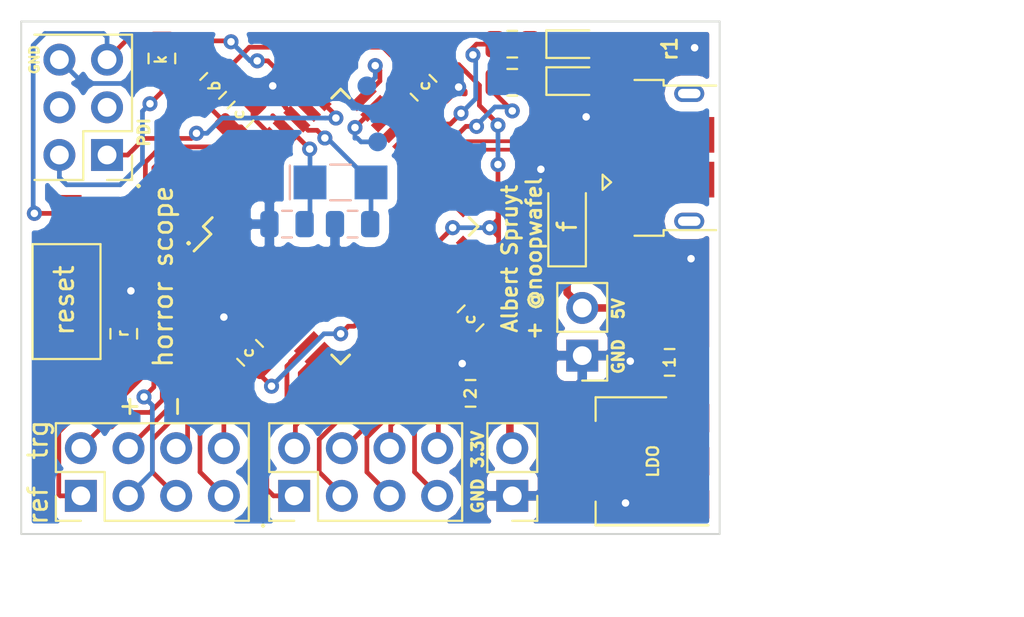
<source format=kicad_pcb>
(kicad_pcb (version 20171130) (host pcbnew 5.0.0+dfsg1-2)

  (general
    (thickness 1.6)
    (drawings 34)
    (tracks 401)
    (zones 0)
    (modules 28)
    (nets 47)
  )

  (page A4)
  (layers
    (0 F.Cu signal)
    (31 B.Cu signal)
    (32 B.Adhes user)
    (33 F.Adhes user)
    (34 B.Paste user)
    (35 F.Paste user)
    (36 B.SilkS user)
    (37 F.SilkS user)
    (38 B.Mask user)
    (39 F.Mask user)
    (40 Dwgs.User user)
    (41 Cmts.User user)
    (42 Eco1.User user)
    (43 Eco2.User user)
    (44 Edge.Cuts user)
    (45 Margin user)
    (46 B.CrtYd user)
    (47 F.CrtYd user)
    (48 B.Fab user)
    (49 F.Fab user)
  )

  (setup
    (last_trace_width 0.25)
    (trace_clearance 0.2)
    (zone_clearance 0.508)
    (zone_45_only yes)
    (trace_min 0.2)
    (segment_width 0.2)
    (edge_width 0.1)
    (via_size 0.8)
    (via_drill 0.4)
    (via_min_size 0.4)
    (via_min_drill 0.3)
    (uvia_size 0.3)
    (uvia_drill 0.1)
    (uvias_allowed no)
    (uvia_min_size 0.2)
    (uvia_min_drill 0.1)
    (pcb_text_width 0.3)
    (pcb_text_size 1.5 1.5)
    (mod_edge_width 0.15)
    (mod_text_size 1 1)
    (mod_text_width 0.15)
    (pad_size 1.7 1.7)
    (pad_drill 1)
    (pad_to_mask_clearance 0)
    (solder_mask_min_width 0.25)
    (aux_axis_origin 0 0)
    (visible_elements FFFFF77F)
    (pcbplotparams
      (layerselection 0x010fc_ffffffff)
      (usegerberextensions false)
      (usegerberattributes false)
      (usegerberadvancedattributes false)
      (creategerberjobfile false)
      (excludeedgelayer true)
      (linewidth 0.100000)
      (plotframeref false)
      (viasonmask false)
      (mode 1)
      (useauxorigin false)
      (hpglpennumber 1)
      (hpglpenspeed 20)
      (hpglpendiameter 15.000000)
      (psnegative false)
      (psa4output false)
      (plotreference true)
      (plotvalue true)
      (plotinvisibletext false)
      (padsonsilk false)
      (subtractmaskfromsilk false)
      (outputformat 1)
      (mirror false)
      (drillshape 0)
      (scaleselection 1)
      (outputdirectory "rev3b/"))
  )

  (net 0 "")
  (net 1 GND)
  (net 2 "Net-(J7-Pad7)")
  (net 3 +3V3)
  (net 4 "Net-(R2-Pad2)")
  (net 5 /RESET)
  (net 6 +5V)
  (net 7 "Net-(J5-Pad6)")
  (net 8 "Net-(J5-Pad7)")
  (net 9 "Net-(J5-Pad8)")
  (net 10 "Net-(U2-Pad4)")
  (net 11 "Net-(U2-Pad5)")
  (net 12 "Net-(U2-Pad6)")
  (net 13 "Net-(U2-Pad7)")
  (net 14 "Net-(J7-Pad1)")
  (net 15 "Net-(J7-Pad2)")
  (net 16 "Net-(J7-Pad3)")
  (net 17 "Net-(J7-Pad4)")
  (net 18 "Net-(J7-Pad5)")
  (net 19 "Net-(J7-Pad6)")
  (net 20 "Net-(J7-Pad8)")
  (net 21 "Net-(U2-Pad20)")
  (net 22 "Net-(U2-Pad21)")
  (net 23 "Net-(U2-Pad22)")
  (net 24 "Net-(U2-Pad23)")
  (net 25 "Net-(U2-Pad24)")
  (net 26 "Net-(U2-Pad25)")
  (net 27 /USBD-)
  (net 28 /USBD+)
  (net 29 "Net-(U2-Pad28)")
  (net 30 "Net-(U2-Pad29)")
  (net 31 "Net-(U2-Pad32)")
  (net 32 "Net-(U2-Pad33)")
  (net 33 /PDI_DATA)
  (net 34 /XTAL2)
  (net 35 /XTAL1)
  (net 36 "Net-(C7-Pad2)")
  (net 37 "Net-(J5-Pad1)")
  (net 38 "Net-(J5-Pad2)")
  (net 39 "Net-(J5-Pad3)")
  (net 40 "Net-(J5-Pad4)")
  (net 41 "Net-(J5-Pad5)")
  (net 42 "Net-(F1-Pad2)")
  (net 43 "Net-(J2-Pad6)")
  (net 44 "Net-(J2-Pad4)")
  (net 45 "Net-(J1-Pad3)")
  (net 46 "Net-(J1-Pad4)")

  (net_class Default "This is the default net class."
    (clearance 0.2)
    (trace_width 0.25)
    (via_dia 0.8)
    (via_drill 0.4)
    (uvia_dia 0.3)
    (uvia_drill 0.1)
    (add_net +3V3)
    (add_net +5V)
    (add_net /PDI_DATA)
    (add_net /RESET)
    (add_net /USBD+)
    (add_net /USBD-)
    (add_net /XTAL1)
    (add_net /XTAL2)
    (add_net GND)
    (add_net "Net-(C7-Pad2)")
    (add_net "Net-(F1-Pad2)")
    (add_net "Net-(J1-Pad3)")
    (add_net "Net-(J1-Pad4)")
    (add_net "Net-(J2-Pad4)")
    (add_net "Net-(J2-Pad6)")
    (add_net "Net-(J5-Pad1)")
    (add_net "Net-(J5-Pad2)")
    (add_net "Net-(J5-Pad3)")
    (add_net "Net-(J5-Pad4)")
    (add_net "Net-(J5-Pad5)")
    (add_net "Net-(J5-Pad6)")
    (add_net "Net-(J5-Pad7)")
    (add_net "Net-(J5-Pad8)")
    (add_net "Net-(J7-Pad1)")
    (add_net "Net-(J7-Pad2)")
    (add_net "Net-(J7-Pad3)")
    (add_net "Net-(J7-Pad4)")
    (add_net "Net-(J7-Pad5)")
    (add_net "Net-(J7-Pad6)")
    (add_net "Net-(J7-Pad7)")
    (add_net "Net-(J7-Pad8)")
    (add_net "Net-(R2-Pad2)")
    (add_net "Net-(U2-Pad20)")
    (add_net "Net-(U2-Pad21)")
    (add_net "Net-(U2-Pad22)")
    (add_net "Net-(U2-Pad23)")
    (add_net "Net-(U2-Pad24)")
    (add_net "Net-(U2-Pad25)")
    (add_net "Net-(U2-Pad28)")
    (add_net "Net-(U2-Pad29)")
    (add_net "Net-(U2-Pad32)")
    (add_net "Net-(U2-Pad33)")
    (add_net "Net-(U2-Pad4)")
    (add_net "Net-(U2-Pad5)")
    (add_net "Net-(U2-Pad6)")
    (add_net "Net-(U2-Pad7)")
  )

  (module custom:USB_Micro-B_Amphenol_hax (layer F.Cu) (tedit 5C1511A6) (tstamp 5C029E56)
    (at 190.246 132.715 90)
    (descr "Micro USB Type B 10103594-0001LF, http://cdn.amphenol-icc.com/media/wysiwyg/files/drawing/10103594.pdf")
    (tags "USB USB_B USB_micro USB_OTG")
    (path /5B80368B)
    (attr smd)
    (fp_text reference J2 (at 1.925 -3.365 90) (layer F.SilkS) hide
      (effects (font (size 1 1) (thickness 0.15)))
    )
    (fp_text value USB_B_Micro (at -0.025 4.435 90) (layer F.Fab)
      (effects (font (size 1 1) (thickness 0.15)))
    )
    (fp_line (start 4.14 3.58) (end -4.13 3.58) (layer F.CrtYd) (width 0.05))
    (fp_line (start 4.14 3.58) (end 4.14 -2.88) (layer F.CrtYd) (width 0.05))
    (fp_line (start -4.13 -2.88) (end -4.13 3.58) (layer F.CrtYd) (width 0.05))
    (fp_line (start -4.13 -2.88) (end 4.14 -2.88) (layer F.CrtYd) (width 0.05))
    (fp_line (start -4.025 2.835) (end 3.975 2.835) (layer Dwgs.User) (width 0.1))
    (fp_line (start -3.775 3.335) (end -3.775 -0.865) (layer F.Fab) (width 0.12))
    (fp_line (start -2.975 -1.615) (end 3.725 -1.615) (layer F.Fab) (width 0.12))
    (fp_line (start 3.725 -1.615) (end 3.725 3.335) (layer F.Fab) (width 0.12))
    (fp_line (start 3.725 3.335) (end -3.775 3.335) (layer F.Fab) (width 0.12))
    (fp_line (start -3.775 -0.865) (end -2.975 -1.615) (layer F.Fab) (width 0.12))
    (fp_line (start -1.325 -2.865) (end -1.725 -3.315) (layer F.SilkS) (width 0.12))
    (fp_line (start -1.725 -3.315) (end -0.925 -3.315) (layer F.SilkS) (width 0.12))
    (fp_line (start -0.925 -3.315) (end -1.325 -2.865) (layer F.SilkS) (width 0.12))
    (fp_line (start 3.825 2.735) (end 3.825 -0.065) (layer F.SilkS) (width 0.12))
    (fp_line (start 3.825 -0.065) (end 4.125 -0.065) (layer F.SilkS) (width 0.12))
    (fp_line (start 4.125 -0.065) (end 4.125 -1.615) (layer F.SilkS) (width 0.12))
    (fp_line (start -3.875 2.735) (end -3.875 -0.065) (layer F.SilkS) (width 0.12))
    (fp_line (start -4.175 -0.065) (end -3.875 -0.065) (layer F.SilkS) (width 0.12))
    (fp_line (start -4.175 -0.065) (end -4.175 -1.615) (layer F.SilkS) (width 0.12))
    (fp_text user %R (at -0.025 -0.015 90) (layer F.Fab)
      (effects (font (size 1 1) (thickness 0.15)))
    )
    (fp_text user "PCB edge" (at -0.225 2.235 90) (layer Dwgs.User)
      (effects (font (size 0.5 0.5) (thickness 0.075)))
    )
    (pad 6 smd rect (at 1.2 1.385 180) (size 2.5 1.9) (layers F.Cu F.Paste F.Mask)
      (net 43 "Net-(J2-Pad6)"))
    (pad 6 smd rect (at -1.185 1.385 180) (size 2.5 1.9) (layers F.Cu F.Paste F.Mask)
      (net 43 "Net-(J2-Pad6)"))
    (pad 6 thru_hole oval (at 3.4 1.3 180) (size 1.6 0.9) (drill oval 1.2 0.5) (layers *.Cu *.Mask)
      (net 43 "Net-(J2-Pad6)"))
    (pad 6 thru_hole oval (at -3.4 1.3 180) (size 1.6 0.9) (drill oval 1.2 0.5) (layers *.Cu *.Mask)
      (net 43 "Net-(J2-Pad6)"))
    (pad 5 smd rect (at 1.275 -1.765 180) (size 1.65 0.4) (layers F.Cu F.Paste F.Mask)
      (net 1 GND))
    (pad 4 smd rect (at 0.625 -1.765 180) (size 1.65 0.4) (layers F.Cu F.Paste F.Mask)
      (net 44 "Net-(J2-Pad4)"))
    (pad 3 smd rect (at -0.025 -1.765 180) (size 1.65 0.4) (layers F.Cu F.Paste F.Mask)
      (net 28 /USBD+))
    (pad 2 smd rect (at -0.675 -1.765 180) (size 1.65 0.4) (layers F.Cu F.Paste F.Mask)
      (net 27 /USBD-))
    (pad 1 smd rect (at -1.325 -1.765 180) (size 1.65 0.4) (layers F.Cu F.Paste F.Mask)
      (net 42 "Net-(F1-Pad2)"))
    (pad 6 smd rect (at 3 -1.885 90) (size 2 1.5) (layers F.Cu F.Paste F.Mask)
      (net 43 "Net-(J2-Pad6)"))
    (pad 6 smd rect (at -3 -1.865 90) (size 2 1.5) (layers F.Cu F.Paste F.Mask)
      (net 43 "Net-(J2-Pad6)"))
    (model ${KISYS3DMOD}/Connector_USB.3dshapes/USB_Micro-B_Amphenol_10103594-0001LF_Horizontal.wrl
      (at (xyz 0 0 0))
      (scale (xyz 1 1 1))
      (rotate (xyz 0 0 0))
    )
  )

  (module Connector_PinHeader_2.54mm:PinHeader_2x04_P2.54mm_Vertical (layer F.Cu) (tedit 5C150C4E) (tstamp 5C029E8E)
    (at 159.131 150.749 90)
    (descr "Through hole straight pin header, 2x04, 2.54mm pitch, double rows")
    (tags "Through hole pin header THT 2x04 2.54mm double row")
    (path /5B84B569)
    (fp_text reference J5 (at 1.27 -2.33 90) (layer F.SilkS) hide
      (effects (font (size 1 1) (thickness 0.15)))
    )
    (fp_text value Conn_01x08_Female (at 1.27 9.95 90) (layer F.Fab)
      (effects (font (size 1 1) (thickness 0.15)))
    )
    (fp_text user %R (at 1.27 3.81 180) (layer F.Fab)
      (effects (font (size 1 1) (thickness 0.15)))
    )
    (fp_line (start 4.35 -1.8) (end -1.8 -1.8) (layer F.CrtYd) (width 0.05))
    (fp_line (start 4.35 9.4) (end 4.35 -1.8) (layer F.CrtYd) (width 0.05))
    (fp_line (start -1.8 9.4) (end 4.35 9.4) (layer F.CrtYd) (width 0.05))
    (fp_line (start -1.8 -1.8) (end -1.8 9.4) (layer F.CrtYd) (width 0.05))
    (fp_line (start -1.33 -1.33) (end 0 -1.33) (layer F.SilkS) (width 0.12))
    (fp_line (start -1.33 0) (end -1.33 -1.33) (layer F.SilkS) (width 0.12))
    (fp_line (start 1.27 -1.33) (end 3.87 -1.33) (layer F.SilkS) (width 0.12))
    (fp_line (start 1.27 1.27) (end 1.27 -1.33) (layer F.SilkS) (width 0.12))
    (fp_line (start -1.33 1.27) (end 1.27 1.27) (layer F.SilkS) (width 0.12))
    (fp_line (start 3.87 -1.33) (end 3.87 8.95) (layer F.SilkS) (width 0.12))
    (fp_line (start -1.33 1.27) (end -1.33 8.95) (layer F.SilkS) (width 0.12))
    (fp_line (start -1.33 8.95) (end 3.87 8.95) (layer F.SilkS) (width 0.12))
    (fp_line (start -1.27 0) (end 0 -1.27) (layer F.Fab) (width 0.1))
    (fp_line (start -1.27 8.89) (end -1.27 0) (layer F.Fab) (width 0.1))
    (fp_line (start 3.81 8.89) (end -1.27 8.89) (layer F.Fab) (width 0.1))
    (fp_line (start 3.81 -1.27) (end 3.81 8.89) (layer F.Fab) (width 0.1))
    (fp_line (start 0 -1.27) (end 3.81 -1.27) (layer F.Fab) (width 0.1))
    (pad 8 thru_hole oval (at 2.54 7.62 90) (size 1.7 1.7) (drill 1) (layers *.Cu *.Mask)
      (net 9 "Net-(J5-Pad8)"))
    (pad 7 thru_hole oval (at 0 7.62 90) (size 1.7 1.7) (drill 1) (layers *.Cu *.Mask)
      (net 8 "Net-(J5-Pad7)"))
    (pad 6 thru_hole oval (at 2.54 5.08 90) (size 1.7 1.7) (drill 1) (layers *.Cu *.Mask)
      (net 7 "Net-(J5-Pad6)"))
    (pad 5 thru_hole oval (at 0 5.08 90) (size 1.7 1.7) (drill 1) (layers *.Cu *.Mask)
      (net 41 "Net-(J5-Pad5)"))
    (pad 4 thru_hole oval (at 2.54 2.54 90) (size 1.7 1.7) (drill 1) (layers *.Cu *.Mask)
      (net 40 "Net-(J5-Pad4)"))
    (pad 3 thru_hole oval (at 0 2.54 90) (size 1.7 1.7) (drill 1) (layers *.Cu *.Mask)
      (net 38 "Net-(J5-Pad2)"))
    (pad 2 thru_hole oval (at 2.54 0 90) (size 1.7 1.7) (drill 1) (layers *.Cu *.Mask)
      (net 39 "Net-(J5-Pad3)"))
    (pad 1 thru_hole rect (at 0 0 90) (size 1.7 1.7) (drill 1) (layers *.Cu *.Mask)
      (net 37 "Net-(J5-Pad1)"))
    (model ${KISYS3DMOD}/Connector_PinHeader_2.54mm.3dshapes/PinHeader_2x04_P2.54mm_Vertical.wrl
      (at (xyz 0 0 0))
      (scale (xyz 1 1 1))
      (rotate (xyz 0 0 0))
    )
  )

  (module custom:TestPoint_Pad_D1.0mm_tiny (layer B.Cu) (tedit 5C15047D) (tstamp 5C2181F5)
    (at 174.371 128.905)
    (descr "SMD pad as test Point, diameter 1.0mm")
    (tags "test point SMD pad")
    (attr virtual)
    (fp_text reference REF** (at 0 1.448) (layer B.SilkS) hide
      (effects (font (size 1 1) (thickness 0.15)) (justify mirror))
    )
    (fp_text value TestPoint_Pad_D1.0mm_tiny (at 0 -1.55) (layer B.Fab)
      (effects (font (size 1 1) (thickness 0.15)) (justify mirror))
    )
    (fp_circle (center 0 0) (end 0.8 0) (layer B.CrtYd) (width 0.05))
    (fp_text user %R (at 0 1.45) (layer B.Fab)
      (effects (font (size 1 1) (thickness 0.15)) (justify mirror))
    )
    (pad 1 smd circle (at 0 0) (size 1 1) (layers B.Cu B.Mask)
      (net 32 "Net-(U2-Pad33)"))
  )

  (module custom:TestPoint_Pad_D1.0mm_tiny (layer B.Cu) (tedit 5C150487) (tstamp 5C2176D7)
    (at 174.9425 131.8895)
    (descr "SMD pad as test Point, diameter 1.0mm")
    (tags "test point SMD pad")
    (attr virtual)
    (fp_text reference REF** (at 0 1.448) (layer B.SilkS) hide
      (effects (font (size 1 1) (thickness 0.15)) (justify mirror))
    )
    (fp_text value TestPoint_Pad_D1.0mm_tiny (at 0 -1.55) (layer B.Fab)
      (effects (font (size 1 1) (thickness 0.15)) (justify mirror))
    )
    (fp_text user %R (at 0 1.45) (layer B.Fab)
      (effects (font (size 1 1) (thickness 0.15)) (justify mirror))
    )
    (fp_circle (center 0 0) (end 0.8 0) (layer B.CrtYd) (width 0.05))
    (pad 1 smd circle (at 0 0) (size 1 1) (layers B.Cu B.Mask)
      (net 31 "Net-(U2-Pad32)"))
  )

  (module custom:PinHeader_2x03_P2.54mm_Vertical_noline (layer F.Cu) (tedit 5C1501B8) (tstamp 5C029E72)
    (at 160.528 132.588 180)
    (descr "Through hole straight pin header, 2x03, 2.54mm pitch, double rows")
    (tags "Through hole pin header THT 2x03 2.54mm double row")
    (path /5B83A25B)
    (fp_text reference J1 (at 1.27 -2.33 180) (layer F.SilkS) hide
      (effects (font (size 1 1) (thickness 0.15)))
    )
    (fp_text value AVR-PDI-6 (at 1.27 7.41 180) (layer F.Fab)
      (effects (font (size 1 1) (thickness 0.15)))
    )
    (fp_line (start 0 -1.27) (end 3.81 -1.27) (layer F.Fab) (width 0.1))
    (fp_line (start 3.81 -1.27) (end 3.81 6.35) (layer F.Fab) (width 0.1))
    (fp_line (start 3.81 6.35) (end -1.27 6.35) (layer F.Fab) (width 0.1))
    (fp_line (start -1.27 6.35) (end -1.27 0) (layer F.Fab) (width 0.1))
    (fp_line (start -1.27 0) (end 0 -1.27) (layer F.Fab) (width 0.1))
    (fp_line (start -1.33 6.41) (end 3.87 6.41) (layer F.SilkS) (width 0.12))
    (fp_line (start -1.33 1.27) (end -1.33 6.41) (layer F.SilkS) (width 0.12))
    (fp_line (start -1.33 1.27) (end 1.27 1.27) (layer F.SilkS) (width 0.12))
    (fp_line (start 1.27 1.27) (end 1.27 -1.33) (layer F.SilkS) (width 0.12))
    (fp_line (start 1.27 -1.33) (end 3.87 -1.33) (layer F.SilkS) (width 0.12))
    (fp_line (start -1.33 0) (end -1.33 -1.33) (layer F.SilkS) (width 0.12))
    (fp_line (start -1.33 -1.33) (end 0 -1.33) (layer F.SilkS) (width 0.12))
    (fp_line (start -1.8 -1.8) (end -1.8 6.85) (layer F.CrtYd) (width 0.05))
    (fp_line (start -1.8 6.85) (end 4.35 6.85) (layer F.CrtYd) (width 0.05))
    (fp_line (start 4.35 6.85) (end 4.35 -1.8) (layer F.CrtYd) (width 0.05))
    (fp_line (start 4.35 -1.8) (end -1.8 -1.8) (layer F.CrtYd) (width 0.05))
    (fp_text user %R (at 1.27 2.54 270) (layer F.Fab)
      (effects (font (size 1 1) (thickness 0.15)))
    )
    (pad 1 thru_hole rect (at 0 0 180) (size 1.7 1.7) (drill 1) (layers *.Cu *.Mask)
      (net 33 /PDI_DATA))
    (pad 2 thru_hole oval (at 2.54 0 180) (size 1.7 1.7) (drill 1) (layers *.Cu *.Mask)
      (net 3 +3V3))
    (pad 3 thru_hole oval (at 0 2.54 180) (size 1.7 1.7) (drill 1) (layers *.Cu *.Mask)
      (net 45 "Net-(J1-Pad3)"))
    (pad 4 thru_hole oval (at 2.54 2.54 180) (size 1.7 1.7) (drill 1) (layers *.Cu *.Mask)
      (net 46 "Net-(J1-Pad4)"))
    (pad 5 thru_hole oval (at 0 5.08 180) (size 1.7 1.7) (drill 1) (layers *.Cu *.Mask)
      (net 5 /RESET))
    (pad 6 thru_hole oval (at 2.54 5.08 180) (size 1.7 1.7) (drill 1) (layers *.Cu *.Mask)
      (net 1 GND))
    (model ${KISYS3DMOD}/Connector_PinHeader_2.54mm.3dshapes/PinHeader_2x03_P2.54mm_Vertical.wrl
      (at (xyz 0 0 0))
      (scale (xyz 1 1 1))
      (rotate (xyz 0 0 0))
    )
  )

  (module Resistor_SMD:R_0805_2012Metric (layer F.Cu) (tedit 5C150E02) (tstamp 5C211832)
    (at 182.118 128.7145)
    (descr "Resistor SMD 0805 (2012 Metric), square (rectangular) end terminal, IPC_7351 nominal, (Body size source: https://docs.google.com/spreadsheets/d/1BsfQQcO9C6DZCsRaXUlFlo91Tg2WpOkGARC1WS5S8t0/edit?usp=sharing), generated with kicad-footprint-generator")
    (tags resistor)
    (attr smd)
    (fp_text reference RLED2 (at 0 -1.65) (layer F.SilkS) hide
      (effects (font (size 1 1) (thickness 0.15)))
    )
    (fp_text value R_0805_2012Metric (at 0 1.65) (layer F.Fab)
      (effects (font (size 1 1) (thickness 0.15)))
    )
    (fp_line (start -1 0.6) (end -1 -0.6) (layer F.Fab) (width 0.1))
    (fp_line (start -1 -0.6) (end 1 -0.6) (layer F.Fab) (width 0.1))
    (fp_line (start 1 -0.6) (end 1 0.6) (layer F.Fab) (width 0.1))
    (fp_line (start 1 0.6) (end -1 0.6) (layer F.Fab) (width 0.1))
    (fp_line (start -0.258578 -0.71) (end 0.258578 -0.71) (layer F.SilkS) (width 0.12))
    (fp_line (start -0.258578 0.71) (end 0.258578 0.71) (layer F.SilkS) (width 0.12))
    (fp_line (start -1.68 0.95) (end -1.68 -0.95) (layer F.CrtYd) (width 0.05))
    (fp_line (start -1.68 -0.95) (end 1.68 -0.95) (layer F.CrtYd) (width 0.05))
    (fp_line (start 1.68 -0.95) (end 1.68 0.95) (layer F.CrtYd) (width 0.05))
    (fp_line (start 1.68 0.95) (end -1.68 0.95) (layer F.CrtYd) (width 0.05))
    (fp_text user %R (at 0 0) (layer F.Fab)
      (effects (font (size 0.5 0.5) (thickness 0.08)))
    )
    (pad 1 smd roundrect (at -0.9375 0) (size 0.975 1.4) (layers F.Cu F.Paste F.Mask) (roundrect_rratio 0.25)
      (net 29 "Net-(U2-Pad28)"))
    (pad 2 smd roundrect (at 0.9375 0) (size 0.975 1.4) (layers F.Cu F.Paste F.Mask) (roundrect_rratio 0.25))
    (model ${KISYS3DMOD}/Resistor_SMD.3dshapes/R_0805_2012Metric.wrl
      (at (xyz 0 0 0))
      (scale (xyz 1 1 1))
      (rotate (xyz 0 0 0))
    )
  )

  (module LED_SMD:LED_0603_1608Metric (layer F.Cu) (tedit 5C150DD6) (tstamp 5C211059)
    (at 185.42 126.6825)
    (descr "LED SMD 0603 (1608 Metric), square (rectangular) end terminal, IPC_7351 nominal, (Body size source: http://www.tortai-tech.com/upload/download/2011102023233369053.pdf), generated with kicad-footprint-generator")
    (tags diode)
    (attr smd)
    (fp_text reference LED1 (at 0 -1.43) (layer F.SilkS) hide
      (effects (font (size 1 1) (thickness 0.15)))
    )
    (fp_text value LED_0603_1608Metric (at 0 1.43) (layer F.Fab)
      (effects (font (size 1 1) (thickness 0.15)))
    )
    (fp_line (start 0.8 -0.4) (end -0.5 -0.4) (layer F.Fab) (width 0.1))
    (fp_line (start -0.5 -0.4) (end -0.8 -0.1) (layer F.Fab) (width 0.1))
    (fp_line (start -0.8 -0.1) (end -0.8 0.4) (layer F.Fab) (width 0.1))
    (fp_line (start -0.8 0.4) (end 0.8 0.4) (layer F.Fab) (width 0.1))
    (fp_line (start 0.8 0.4) (end 0.8 -0.4) (layer F.Fab) (width 0.1))
    (fp_line (start 0.8 -0.735) (end -1.485 -0.735) (layer F.SilkS) (width 0.12))
    (fp_line (start -1.485 -0.735) (end -1.485 0.735) (layer F.SilkS) (width 0.12))
    (fp_line (start -1.485 0.735) (end 0.8 0.735) (layer F.SilkS) (width 0.12))
    (fp_line (start -1.48 0.73) (end -1.48 -0.73) (layer F.CrtYd) (width 0.05))
    (fp_line (start -1.48 -0.73) (end 1.48 -0.73) (layer F.CrtYd) (width 0.05))
    (fp_line (start 1.48 -0.73) (end 1.48 0.73) (layer F.CrtYd) (width 0.05))
    (fp_line (start 1.48 0.73) (end -1.48 0.73) (layer F.CrtYd) (width 0.05))
    (fp_text user %R (at 0 0) (layer F.Fab)
      (effects (font (size 0.4 0.4) (thickness 0.06)))
    )
    (pad 1 smd roundrect (at -0.7875 0) (size 0.875 0.95) (layers F.Cu F.Paste F.Mask) (roundrect_rratio 0.25))
    (pad 2 smd roundrect (at 0.7875 0) (size 0.875 0.95) (layers F.Cu F.Paste F.Mask) (roundrect_rratio 0.25)
      (net 1 GND))
    (model ${KISYS3DMOD}/LED_SMD.3dshapes/LED_0603_1608Metric.wrl
      (at (xyz 0 0 0))
      (scale (xyz 1 1 1))
      (rotate (xyz 0 0 0))
    )
  )

  (module Capacitor_SMD:C_0805_2012Metric (layer F.Cu) (tedit 5C0ACF2E) (tstamp 5C029EBB)
    (at 179.8955 145.288 180)
    (descr "Capacitor SMD 0805 (2012 Metric), square (rectangular) end terminal, IPC_7351 nominal, (Body size source: https://docs.google.com/spreadsheets/d/1BsfQQcO9C6DZCsRaXUlFlo91Tg2WpOkGARC1WS5S8t0/edit?usp=sharing), generated with kicad-footprint-generator")
    (tags capacitor)
    (path /5B80620E)
    (attr smd)
    (fp_text reference C4 (at 0 -1.65 180) (layer F.SilkS) hide
      (effects (font (size 1 1) (thickness 0.15)))
    )
    (fp_text value 100uF (at 0 1.65 180) (layer F.Fab)
      (effects (font (size 1 1) (thickness 0.15)))
    )
    (fp_text user %R (at 0 0 180) (layer F.Fab)
      (effects (font (size 0.5 0.5) (thickness 0.08)))
    )
    (fp_line (start 1.68 0.95) (end -1.68 0.95) (layer F.CrtYd) (width 0.05))
    (fp_line (start 1.68 -0.95) (end 1.68 0.95) (layer F.CrtYd) (width 0.05))
    (fp_line (start -1.68 -0.95) (end 1.68 -0.95) (layer F.CrtYd) (width 0.05))
    (fp_line (start -1.68 0.95) (end -1.68 -0.95) (layer F.CrtYd) (width 0.05))
    (fp_line (start -0.258578 0.71) (end 0.258578 0.71) (layer F.SilkS) (width 0.12))
    (fp_line (start -0.258578 -0.71) (end 0.258578 -0.71) (layer F.SilkS) (width 0.12))
    (fp_line (start 1 0.6) (end -1 0.6) (layer F.Fab) (width 0.1))
    (fp_line (start 1 -0.6) (end 1 0.6) (layer F.Fab) (width 0.1))
    (fp_line (start -1 -0.6) (end 1 -0.6) (layer F.Fab) (width 0.1))
    (fp_line (start -1 0.6) (end -1 -0.6) (layer F.Fab) (width 0.1))
    (pad 2 smd roundrect (at 0.9375 0 180) (size 0.975 1.4) (layers F.Cu F.Paste F.Mask) (roundrect_rratio 0.25)
      (net 1 GND))
    (pad 1 smd roundrect (at -0.9375 0 180) (size 0.975 1.4) (layers F.Cu F.Paste F.Mask) (roundrect_rratio 0.25)
      (net 3 +3V3))
    (model ${KISYS3DMOD}/Capacitor_SMD.3dshapes/C_0805_2012Metric.wrl
      (at (xyz 0 0 0))
      (scale (xyz 1 1 1))
      (rotate (xyz 0 0 0))
    )
  )

  (module Capacitor_SMD:C_0805_2012Metric (layer F.Cu) (tedit 5C0ACF31) (tstamp 5C029ECC)
    (at 190.5 143.637 180)
    (descr "Capacitor SMD 0805 (2012 Metric), square (rectangular) end terminal, IPC_7351 nominal, (Body size source: https://docs.google.com/spreadsheets/d/1BsfQQcO9C6DZCsRaXUlFlo91Tg2WpOkGARC1WS5S8t0/edit?usp=sharing), generated with kicad-footprint-generator")
    (tags capacitor)
    (path /5B806C36)
    (attr smd)
    (fp_text reference C2 (at 0 -1.65 180) (layer F.SilkS) hide
      (effects (font (size 1 1) (thickness 0.15)))
    )
    (fp_text value 100uF (at 0 1.65 180) (layer F.Fab)
      (effects (font (size 1 1) (thickness 0.15)))
    )
    (fp_text user %R (at 0 0 180) (layer F.Fab)
      (effects (font (size 0.5 0.5) (thickness 0.08)))
    )
    (fp_line (start 1.68 0.95) (end -1.68 0.95) (layer F.CrtYd) (width 0.05))
    (fp_line (start 1.68 -0.95) (end 1.68 0.95) (layer F.CrtYd) (width 0.05))
    (fp_line (start -1.68 -0.95) (end 1.68 -0.95) (layer F.CrtYd) (width 0.05))
    (fp_line (start -1.68 0.95) (end -1.68 -0.95) (layer F.CrtYd) (width 0.05))
    (fp_line (start -0.258578 0.71) (end 0.258578 0.71) (layer F.SilkS) (width 0.12))
    (fp_line (start -0.258578 -0.71) (end 0.258578 -0.71) (layer F.SilkS) (width 0.12))
    (fp_line (start 1 0.6) (end -1 0.6) (layer F.Fab) (width 0.1))
    (fp_line (start 1 -0.6) (end 1 0.6) (layer F.Fab) (width 0.1))
    (fp_line (start -1 -0.6) (end 1 -0.6) (layer F.Fab) (width 0.1))
    (fp_line (start -1 0.6) (end -1 -0.6) (layer F.Fab) (width 0.1))
    (pad 2 smd roundrect (at 0.9375 0 180) (size 0.975 1.4) (layers F.Cu F.Paste F.Mask) (roundrect_rratio 0.25)
      (net 1 GND))
    (pad 1 smd roundrect (at -0.9375 0 180) (size 0.975 1.4) (layers F.Cu F.Paste F.Mask) (roundrect_rratio 0.25)
      (net 6 +5V))
    (model ${KISYS3DMOD}/Capacitor_SMD.3dshapes/C_0805_2012Metric.wrl
      (at (xyz 0 0 0))
      (scale (xyz 1 1 1))
      (rotate (xyz 0 0 0))
    )
  )

  (module Package_QFP:TQFP-44_10x10mm_P0.8mm (layer F.Cu) (tedit 5C150483) (tstamp 5C029DEF)
    (at 172.974 136.398 45)
    (descr "44-Lead Plastic Thin Quad Flatpack (PT) - 10x10x1.0 mm Body [TQFP] (see Microchip Packaging Specification 00000049BS.pdf)")
    (tags "QFP 0.8")
    (path /5B80331B)
    (attr smd)
    (fp_text reference U2 (at 0 -7.45 45) (layer F.SilkS) hide
      (effects (font (size 1 1) (thickness 0.15)))
    )
    (fp_text value ATxmega128A4U-AU (at 0 7.45 45) (layer F.Fab)
      (effects (font (size 1 1) (thickness 0.15)))
    )
    (fp_text user %R (at 0 0 45) (layer F.Fab)
      (effects (font (size 1 1) (thickness 0.15)))
    )
    (fp_line (start -4 -5) (end 5 -5) (layer F.Fab) (width 0.15))
    (fp_line (start 5 -5) (end 5 5) (layer F.Fab) (width 0.15))
    (fp_line (start 5 5) (end -5 5) (layer F.Fab) (width 0.15))
    (fp_line (start -5 5) (end -5 -4) (layer F.Fab) (width 0.15))
    (fp_line (start -5 -4) (end -4 -5) (layer F.Fab) (width 0.15))
    (fp_line (start -6.7 -6.7) (end -6.7 6.7) (layer F.CrtYd) (width 0.05))
    (fp_line (start 6.7 -6.7) (end 6.7 6.7) (layer F.CrtYd) (width 0.05))
    (fp_line (start -6.7 -6.7) (end 6.7 -6.7) (layer F.CrtYd) (width 0.05))
    (fp_line (start -6.7 6.7) (end 6.7 6.7) (layer F.CrtYd) (width 0.05))
    (fp_line (start -5.175 -5.175) (end -5.175 -4.6) (layer F.SilkS) (width 0.15))
    (fp_line (start 5.175 -5.175) (end 5.175 -4.5) (layer F.SilkS) (width 0.15))
    (fp_line (start 5.175 5.175) (end 5.175 4.5) (layer F.SilkS) (width 0.15))
    (fp_line (start -5.175 5.175) (end -5.175 4.5) (layer F.SilkS) (width 0.15))
    (fp_line (start -5.175 -5.175) (end -4.5 -5.175) (layer F.SilkS) (width 0.15))
    (fp_line (start -5.175 5.175) (end -4.5 5.175) (layer F.SilkS) (width 0.15))
    (fp_line (start 5.175 5.175) (end 4.5 5.175) (layer F.SilkS) (width 0.15))
    (fp_line (start 5.175 -5.175) (end 4.5 -5.175) (layer F.SilkS) (width 0.15))
    (fp_line (start -5.175 -4.6) (end -6.45 -4.6) (layer F.SilkS) (width 0.15))
    (pad 1 smd rect (at -5.7 -4 45) (size 1.5 0.55) (layers F.Cu F.Paste F.Mask)
      (net 7 "Net-(J5-Pad6)"))
    (pad 2 smd rect (at -5.7 -3.2 45) (size 1.5 0.55) (layers F.Cu F.Paste F.Mask)
      (net 8 "Net-(J5-Pad7)"))
    (pad 3 smd rect (at -5.7 -2.4 45) (size 1.5 0.55) (layers F.Cu F.Paste F.Mask)
      (net 9 "Net-(J5-Pad8)"))
    (pad 4 smd rect (at -5.7 -1.6 45) (size 1.5 0.55) (layers F.Cu F.Paste F.Mask)
      (net 10 "Net-(U2-Pad4)"))
    (pad 5 smd rect (at -5.7 -0.8 45) (size 1.5 0.55) (layers F.Cu F.Paste F.Mask)
      (net 11 "Net-(U2-Pad5)"))
    (pad 6 smd rect (at -5.7 0 45) (size 1.5 0.55) (layers F.Cu F.Paste F.Mask)
      (net 12 "Net-(U2-Pad6)"))
    (pad 7 smd rect (at -5.7 0.8 45) (size 1.5 0.55) (layers F.Cu F.Paste F.Mask)
      (net 13 "Net-(U2-Pad7)"))
    (pad 8 smd rect (at -5.7 1.6 45) (size 1.5 0.55) (layers F.Cu F.Paste F.Mask)
      (net 1 GND))
    (pad 9 smd rect (at -5.7 2.4 45) (size 1.5 0.55) (layers F.Cu F.Paste F.Mask)
      (net 3 +3V3))
    (pad 10 smd rect (at -5.7 3.2 45) (size 1.5 0.55) (layers F.Cu F.Paste F.Mask)
      (net 14 "Net-(J7-Pad1)"))
    (pad 11 smd rect (at -5.7 4 45) (size 1.5 0.55) (layers F.Cu F.Paste F.Mask)
      (net 15 "Net-(J7-Pad2)"))
    (pad 12 smd rect (at -4 5.7 135) (size 1.5 0.55) (layers F.Cu F.Paste F.Mask)
      (net 16 "Net-(J7-Pad3)"))
    (pad 13 smd rect (at -3.2 5.7 135) (size 1.5 0.55) (layers F.Cu F.Paste F.Mask)
      (net 17 "Net-(J7-Pad4)"))
    (pad 14 smd rect (at -2.4 5.7 135) (size 1.5 0.55) (layers F.Cu F.Paste F.Mask)
      (net 18 "Net-(J7-Pad5)"))
    (pad 15 smd rect (at -1.6 5.7 135) (size 1.5 0.55) (layers F.Cu F.Paste F.Mask)
      (net 19 "Net-(J7-Pad6)"))
    (pad 16 smd rect (at -0.8 5.7 135) (size 1.5 0.55) (layers F.Cu F.Paste F.Mask)
      (net 2 "Net-(J7-Pad7)"))
    (pad 17 smd rect (at 0 5.7 135) (size 1.5 0.55) (layers F.Cu F.Paste F.Mask)
      (net 20 "Net-(J7-Pad8)"))
    (pad 18 smd rect (at 0.8 5.7 135) (size 1.5 0.55) (layers F.Cu F.Paste F.Mask)
      (net 1 GND))
    (pad 19 smd rect (at 1.6 5.7 135) (size 1.5 0.55) (layers F.Cu F.Paste F.Mask)
      (net 3 +3V3))
    (pad 20 smd rect (at 2.4 5.7 135) (size 1.5 0.55) (layers F.Cu F.Paste F.Mask)
      (net 21 "Net-(U2-Pad20)"))
    (pad 21 smd rect (at 3.2 5.7 135) (size 1.5 0.55) (layers F.Cu F.Paste F.Mask)
      (net 22 "Net-(U2-Pad21)"))
    (pad 22 smd rect (at 4 5.7 135) (size 1.5 0.55) (layers F.Cu F.Paste F.Mask)
      (net 23 "Net-(U2-Pad22)"))
    (pad 23 smd rect (at 5.7 4 45) (size 1.5 0.55) (layers F.Cu F.Paste F.Mask)
      (net 24 "Net-(U2-Pad23)"))
    (pad 24 smd rect (at 5.7 3.2 45) (size 1.5 0.55) (layers F.Cu F.Paste F.Mask)
      (net 25 "Net-(U2-Pad24)"))
    (pad 25 smd rect (at 5.7 2.4 45) (size 1.5 0.55) (layers F.Cu F.Paste F.Mask)
      (net 26 "Net-(U2-Pad25)"))
    (pad 26 smd rect (at 5.7 1.6 45) (size 1.5 0.55) (layers F.Cu F.Paste F.Mask)
      (net 27 /USBD-))
    (pad 27 smd rect (at 5.7 0.8 45) (size 1.5 0.55) (layers F.Cu F.Paste F.Mask)
      (net 28 /USBD+))
    (pad 28 smd rect (at 5.7 0 45) (size 1.5 0.55) (layers F.Cu F.Paste F.Mask)
      (net 29 "Net-(U2-Pad28)"))
    (pad 29 smd rect (at 5.7 -0.8 45) (size 1.5 0.55) (layers F.Cu F.Paste F.Mask)
      (net 30 "Net-(U2-Pad29)"))
    (pad 30 smd rect (at 5.7 -1.6 45) (size 1.5 0.55) (layers F.Cu F.Paste F.Mask)
      (net 1 GND))
    (pad 31 smd rect (at 5.7 -2.4 45) (size 1.5 0.55) (layers F.Cu F.Paste F.Mask)
      (net 3 +3V3))
    (pad 32 smd rect (at 5.7 -3.2 45) (size 1.5 0.55) (layers F.Cu F.Paste F.Mask)
      (net 31 "Net-(U2-Pad32)"))
    (pad 33 smd rect (at 5.7 -4 45) (size 1.5 0.55) (layers F.Cu F.Paste F.Mask)
      (net 32 "Net-(U2-Pad33)"))
    (pad 34 smd rect (at 4 -5.7 135) (size 1.5 0.55) (layers F.Cu F.Paste F.Mask)
      (net 33 /PDI_DATA))
    (pad 35 smd rect (at 3.2 -5.7 135) (size 1.5 0.55) (layers F.Cu F.Paste F.Mask)
      (net 5 /RESET))
    (pad 36 smd rect (at 2.4 -5.7 135) (size 1.5 0.55) (layers F.Cu F.Paste F.Mask)
      (net 34 /XTAL2))
    (pad 37 smd rect (at 1.6 -5.7 135) (size 1.5 0.55) (layers F.Cu F.Paste F.Mask)
      (net 35 /XTAL1))
    (pad 38 smd rect (at 0.8 -5.7 135) (size 1.5 0.55) (layers F.Cu F.Paste F.Mask)
      (net 1 GND))
    (pad 39 smd rect (at 0 -5.7 135) (size 1.5 0.55) (layers F.Cu F.Paste F.Mask)
      (net 36 "Net-(C7-Pad2)"))
    (pad 40 smd rect (at -0.8 -5.7 135) (size 1.5 0.55) (layers F.Cu F.Paste F.Mask)
      (net 37 "Net-(J5-Pad1)"))
    (pad 41 smd rect (at -1.6 -5.7 135) (size 1.5 0.55) (layers F.Cu F.Paste F.Mask)
      (net 38 "Net-(J5-Pad2)"))
    (pad 42 smd rect (at -2.4 -5.7 135) (size 1.5 0.55) (layers F.Cu F.Paste F.Mask)
      (net 39 "Net-(J5-Pad3)"))
    (pad 43 smd rect (at -3.2 -5.7 135) (size 1.5 0.55) (layers F.Cu F.Paste F.Mask)
      (net 40 "Net-(J5-Pad4)"))
    (pad 44 smd rect (at -4 -5.7 135) (size 1.5 0.55) (layers F.Cu F.Paste F.Mask)
      (net 41 "Net-(J5-Pad5)"))
    (model ${KISYS3DMOD}/Package_QFP.3dshapes/TQFP-44_10x10mm_P0.8mm.wrl
      (at (xyz 0 0 0))
      (scale (xyz 1 1 1))
      (rotate (xyz 0 0 0))
    )
  )

  (module Package_TO_SOT_SMD:SOT-223-3_TabPin2 (layer F.Cu) (tedit 5C0295E7) (tstamp 5C029DAC)
    (at 188.468 148.9075 180)
    (descr "module CMS SOT223 4 pins")
    (tags "CMS SOT")
    (path /5B803D53)
    (attr smd)
    (fp_text reference U1 (at 0 -4.5 180) (layer F.SilkS) hide
      (effects (font (size 1 1) (thickness 0.15)))
    )
    (fp_text value LM1117-3.3 (at 0 4.5 180) (layer F.Fab)
      (effects (font (size 1 1) (thickness 0.15)))
    )
    (fp_text user %R (at 0 0 -90) (layer F.Fab)
      (effects (font (size 0.8 0.8) (thickness 0.12)))
    )
    (fp_line (start 1.91 3.41) (end 1.91 2.15) (layer F.SilkS) (width 0.12))
    (fp_line (start 1.91 -3.41) (end 1.91 -2.15) (layer F.SilkS) (width 0.12))
    (fp_line (start 4.4 -3.6) (end -4.4 -3.6) (layer F.CrtYd) (width 0.05))
    (fp_line (start 4.4 3.6) (end 4.4 -3.6) (layer F.CrtYd) (width 0.05))
    (fp_line (start -4.4 3.6) (end 4.4 3.6) (layer F.CrtYd) (width 0.05))
    (fp_line (start -4.4 -3.6) (end -4.4 3.6) (layer F.CrtYd) (width 0.05))
    (fp_line (start -1.85 -2.35) (end -0.85 -3.35) (layer F.Fab) (width 0.1))
    (fp_line (start -1.85 -2.35) (end -1.85 3.35) (layer F.Fab) (width 0.1))
    (fp_line (start -1.85 3.41) (end 1.91 3.41) (layer F.SilkS) (width 0.12))
    (fp_line (start -0.85 -3.35) (end 1.85 -3.35) (layer F.Fab) (width 0.1))
    (fp_line (start -4.1 -3.41) (end 1.91 -3.41) (layer F.SilkS) (width 0.12))
    (fp_line (start -1.85 3.35) (end 1.85 3.35) (layer F.Fab) (width 0.1))
    (fp_line (start 1.85 -3.35) (end 1.85 3.35) (layer F.Fab) (width 0.1))
    (pad 2 smd rect (at 3.15 0 180) (size 2 3.8) (layers F.Cu F.Paste F.Mask)
      (net 3 +3V3))
    (pad 2 smd rect (at -3.15 0 180) (size 2 1.5) (layers F.Cu F.Paste F.Mask)
      (net 3 +3V3))
    (pad 3 smd rect (at -3.15 2.3 180) (size 2 1.5) (layers F.Cu F.Paste F.Mask)
      (net 6 +5V))
    (pad 1 smd rect (at -3.15 -2.3 180) (size 2 1.5) (layers F.Cu F.Paste F.Mask)
      (net 1 GND))
    (model ${KISYS3DMOD}/Package_TO_SOT_SMD.3dshapes/SOT-223.wrl
      (at (xyz 0 0 0))
      (scale (xyz 1 1 1))
      (rotate (xyz 0 0 0))
    )
  )

  (module Connector_PinHeader_2.54mm:PinHeader_2x04_P2.54mm_Vertical (layer F.Cu) (tedit 5C150610) (tstamp 5C029EAA)
    (at 170.4975 150.749 90)
    (descr "Through hole straight pin header, 2x04, 2.54mm pitch, double rows")
    (tags "Through hole pin header THT 2x04 2.54mm double row")
    (path /5B853ADE)
    (fp_text reference J7 (at 1.27 -2.33 90) (layer F.SilkS) hide
      (effects (font (size 1 1) (thickness 0.15)))
    )
    (fp_text value Conn_01x08_Female (at 1.27 9.95 90) (layer F.Fab)
      (effects (font (size 1 1) (thickness 0.15)))
    )
    (fp_text user %R (at 1.27 3.81 180) (layer F.Fab)
      (effects (font (size 1 1) (thickness 0.15)))
    )
    (fp_line (start 4.35 -1.8) (end -1.8 -1.8) (layer F.CrtYd) (width 0.05))
    (fp_line (start 4.35 9.4) (end 4.35 -1.8) (layer F.CrtYd) (width 0.05))
    (fp_line (start -1.8 9.4) (end 4.35 9.4) (layer F.CrtYd) (width 0.05))
    (fp_line (start -1.8 -1.8) (end -1.8 9.4) (layer F.CrtYd) (width 0.05))
    (fp_line (start -1.33 -1.33) (end 0 -1.33) (layer F.SilkS) (width 0.12))
    (fp_line (start -1.33 0) (end -1.33 -1.33) (layer F.SilkS) (width 0.12))
    (fp_line (start 1.27 -1.33) (end 3.87 -1.33) (layer F.SilkS) (width 0.12))
    (fp_line (start 1.27 1.27) (end 1.27 -1.33) (layer F.SilkS) (width 0.12))
    (fp_line (start -1.33 1.27) (end 1.27 1.27) (layer F.SilkS) (width 0.12))
    (fp_line (start 3.87 -1.33) (end 3.87 8.95) (layer F.SilkS) (width 0.12))
    (fp_line (start -1.33 1.27) (end -1.33 8.95) (layer F.SilkS) (width 0.12))
    (fp_line (start -1.33 8.95) (end 3.87 8.95) (layer F.SilkS) (width 0.12))
    (fp_line (start -1.27 0) (end 0 -1.27) (layer F.Fab) (width 0.1))
    (fp_line (start -1.27 8.89) (end -1.27 0) (layer F.Fab) (width 0.1))
    (fp_line (start 3.81 8.89) (end -1.27 8.89) (layer F.Fab) (width 0.1))
    (fp_line (start 3.81 -1.27) (end 3.81 8.89) (layer F.Fab) (width 0.1))
    (fp_line (start 0 -1.27) (end 3.81 -1.27) (layer F.Fab) (width 0.1))
    (pad 8 thru_hole oval (at 2.54 7.62 90) (size 1.7 1.7) (drill 1) (layers *.Cu *.Mask)
      (net 20 "Net-(J7-Pad8)"))
    (pad 7 thru_hole oval (at 0 7.62 90) (size 1.7 1.7) (drill 1) (layers *.Cu *.Mask)
      (net 2 "Net-(J7-Pad7)"))
    (pad 6 thru_hole oval (at 2.54 5.08 90) (size 1.7 1.7) (drill 1) (layers *.Cu *.Mask)
      (net 19 "Net-(J7-Pad6)"))
    (pad 5 thru_hole oval (at 0 5.08 90) (size 1.7 1.7) (drill 1) (layers *.Cu *.Mask)
      (net 18 "Net-(J7-Pad5)"))
    (pad 4 thru_hole oval (at 2.54 2.54 90) (size 1.7 1.7) (drill 1) (layers *.Cu *.Mask)
      (net 17 "Net-(J7-Pad4)"))
    (pad 3 thru_hole oval (at 0 2.54 90) (size 1.7 1.7) (drill 1) (layers *.Cu *.Mask)
      (net 16 "Net-(J7-Pad3)"))
    (pad 2 thru_hole oval (at 2.54 0 90) (size 1.7 1.7) (drill 1) (layers *.Cu *.Mask)
      (net 15 "Net-(J7-Pad2)"))
    (pad 1 thru_hole rect (at 0 0 90) (size 1.7 1.7) (drill 1) (layers *.Cu *.Mask)
      (net 14 "Net-(J7-Pad1)"))
    (model ${KISYS3DMOD}/Connector_PinHeader_2.54mm.3dshapes/PinHeader_2x04_P2.54mm_Vertical.wrl
      (at (xyz 0 0 0))
      (scale (xyz 1 1 1))
      (rotate (xyz 0 0 0))
    )
  )

  (module Connector_PinHeader_2.54mm:PinHeader_1x02_P2.54mm_Vertical (layer F.Cu) (tedit 5C02B4E7) (tstamp 5C05E9B9)
    (at 182.118 150.749 180)
    (descr "Through hole straight pin header, 1x02, 2.54mm pitch, single row")
    (tags "Through hole pin header THT 1x02 2.54mm single row")
    (path /5B931282)
    (fp_text reference JP1 (at 0 -2.33 180) (layer F.SilkS) hide
      (effects (font (size 1 1) (thickness 0.15)))
    )
    (fp_text value 0 (at 0 4.87 180) (layer F.Fab)
      (effects (font (size 1 1) (thickness 0.15)))
    )
    (fp_text user %R (at 0 1.27 270) (layer F.Fab)
      (effects (font (size 1 1) (thickness 0.15)))
    )
    (fp_line (start 1.8 -1.8) (end -1.8 -1.8) (layer F.CrtYd) (width 0.05))
    (fp_line (start 1.8 4.35) (end 1.8 -1.8) (layer F.CrtYd) (width 0.05))
    (fp_line (start -1.8 4.35) (end 1.8 4.35) (layer F.CrtYd) (width 0.05))
    (fp_line (start -1.8 -1.8) (end -1.8 4.35) (layer F.CrtYd) (width 0.05))
    (fp_line (start -1.33 -1.33) (end 0 -1.33) (layer F.SilkS) (width 0.12))
    (fp_line (start -1.33 0) (end -1.33 -1.33) (layer F.SilkS) (width 0.12))
    (fp_line (start -1.33 1.27) (end 1.33 1.27) (layer F.SilkS) (width 0.12))
    (fp_line (start 1.33 1.27) (end 1.33 3.87) (layer F.SilkS) (width 0.12))
    (fp_line (start -1.33 1.27) (end -1.33 3.87) (layer F.SilkS) (width 0.12))
    (fp_line (start -1.33 3.87) (end 1.33 3.87) (layer F.SilkS) (width 0.12))
    (fp_line (start -1.27 -0.635) (end -0.635 -1.27) (layer F.Fab) (width 0.1))
    (fp_line (start -1.27 3.81) (end -1.27 -0.635) (layer F.Fab) (width 0.1))
    (fp_line (start 1.27 3.81) (end -1.27 3.81) (layer F.Fab) (width 0.1))
    (fp_line (start 1.27 -1.27) (end 1.27 3.81) (layer F.Fab) (width 0.1))
    (fp_line (start -0.635 -1.27) (end 1.27 -1.27) (layer F.Fab) (width 0.1))
    (pad 2 thru_hole oval (at 0 2.54 180) (size 1.7 1.7) (drill 1) (layers *.Cu *.Mask)
      (net 3 +3V3))
    (pad 1 thru_hole rect (at 0 0 180) (size 1.7 1.7) (drill 1) (layers *.Cu *.Mask)
      (net 1 GND))
    (model ${KISYS3DMOD}/Connector_PinHeader_2.54mm.3dshapes/PinHeader_1x02_P2.54mm_Vertical.wrl
      (at (xyz 0 0 0))
      (scale (xyz 1 1 1))
      (rotate (xyz 0 0 0))
    )
  )

  (module Button_Switch_SMD:SW_SPST_FSMSM (layer F.Cu) (tedit 5C02902F) (tstamp 5C029F4D)
    (at 158.369 140.3985 90)
    (descr http://www.te.com/commerce/DocumentDelivery/DDEController?Action=srchrtrv&DocNm=1437566-3&DocType=Customer+Drawing&DocLang=English)
    (tags "SPST button tactile switch")
    (path /5B8BB05A)
    (attr smd)
    (fp_text reference SW1 (at 0 -2.6 90) (layer F.SilkS) hide
      (effects (font (size 1 1) (thickness 0.15)))
    )
    (fp_text value SW_Push (at 0 3 90) (layer F.Fab)
      (effects (font (size 1 1) (thickness 0.15)))
    )
    (fp_text user %R (at 0 -2.6 90) (layer F.Fab)
      (effects (font (size 1 1) (thickness 0.15)))
    )
    (fp_line (start -1.75 -1) (end 1.75 -1) (layer F.Fab) (width 0.1))
    (fp_line (start 1.75 -1) (end 1.75 1) (layer F.Fab) (width 0.1))
    (fp_line (start 1.75 1) (end -1.75 1) (layer F.Fab) (width 0.1))
    (fp_line (start -1.75 1) (end -1.75 -1) (layer F.Fab) (width 0.1))
    (fp_line (start -3.06 -1.81) (end 3.06 -1.81) (layer F.SilkS) (width 0.12))
    (fp_line (start 3.06 -1.81) (end 3.06 1.81) (layer F.SilkS) (width 0.12))
    (fp_line (start 3.06 1.81) (end -3.06 1.81) (layer F.SilkS) (width 0.12))
    (fp_line (start -3.06 1.81) (end -3.06 -1.81) (layer F.SilkS) (width 0.12))
    (fp_line (start -1.5 0.8) (end 1.5 0.8) (layer F.Fab) (width 0.1))
    (fp_line (start -1.5 -0.8) (end 1.5 -0.8) (layer F.Fab) (width 0.1))
    (fp_line (start 1.5 -0.8) (end 1.5 0.8) (layer F.Fab) (width 0.1))
    (fp_line (start -1.5 -0.8) (end -1.5 0.8) (layer F.Fab) (width 0.1))
    (fp_line (start -5.95 2) (end 5.95 2) (layer F.CrtYd) (width 0.05))
    (fp_line (start 5.95 -2) (end 5.95 2) (layer F.CrtYd) (width 0.05))
    (fp_line (start -3 1.75) (end 3 1.75) (layer F.Fab) (width 0.1))
    (fp_line (start -3 -1.75) (end 3 -1.75) (layer F.Fab) (width 0.1))
    (fp_line (start -3 -1.75) (end -3 1.75) (layer F.Fab) (width 0.1))
    (fp_line (start 3 -1.75) (end 3 1.75) (layer F.Fab) (width 0.1))
    (fp_line (start -5.95 -2) (end -5.95 2) (layer F.CrtYd) (width 0.05))
    (fp_line (start -5.95 -2) (end 5.95 -2) (layer F.CrtYd) (width 0.05))
    (pad 1 smd rect (at -4.59 0 90) (size 2.18 1.6) (layers F.Cu F.Paste F.Mask)
      (net 4 "Net-(R2-Pad2)"))
    (pad 2 smd rect (at 4.59 0 90) (size 2.18 1.6) (layers F.Cu F.Paste F.Mask)
      (net 5 /RESET))
    (model ${KISYS3DMOD}/Button_Switch_SMD.3dshapes/SW_SPST_FSMSM.wrl
      (at (xyz 0 0 0))
      (scale (xyz 1 1 1))
      (rotate (xyz 0 0 0))
    )
  )

  (module Capacitor_SMD:C_0805_2012Metric (layer B.Cu) (tedit 5C029061) (tstamp 5C029F32)
    (at 173.609 136.271 180)
    (descr "Capacitor SMD 0805 (2012 Metric), square (rectangular) end terminal, IPC_7351 nominal, (Body size source: https://docs.google.com/spreadsheets/d/1BsfQQcO9C6DZCsRaXUlFlo91Tg2WpOkGARC1WS5S8t0/edit?usp=sharing), generated with kicad-footprint-generator")
    (tags capacitor)
    (path /5B80F2F8)
    (attr smd)
    (fp_text reference C3 (at 0 1.65 180) (layer B.SilkS) hide
      (effects (font (size 1 1) (thickness 0.15)) (justify mirror))
    )
    (fp_text value C_Small (at 0 -1.65 180) (layer B.Fab)
      (effects (font (size 1 1) (thickness 0.15)) (justify mirror))
    )
    (fp_text user %R (at 0 0 180) (layer B.Fab)
      (effects (font (size 0.5 0.5) (thickness 0.08)) (justify mirror))
    )
    (fp_line (start 1.68 -0.95) (end -1.68 -0.95) (layer B.CrtYd) (width 0.05))
    (fp_line (start 1.68 0.95) (end 1.68 -0.95) (layer B.CrtYd) (width 0.05))
    (fp_line (start -1.68 0.95) (end 1.68 0.95) (layer B.CrtYd) (width 0.05))
    (fp_line (start -1.68 -0.95) (end -1.68 0.95) (layer B.CrtYd) (width 0.05))
    (fp_line (start -0.258578 -0.71) (end 0.258578 -0.71) (layer B.SilkS) (width 0.12))
    (fp_line (start -0.258578 0.71) (end 0.258578 0.71) (layer B.SilkS) (width 0.12))
    (fp_line (start 1 -0.6) (end -1 -0.6) (layer B.Fab) (width 0.1))
    (fp_line (start 1 0.6) (end 1 -0.6) (layer B.Fab) (width 0.1))
    (fp_line (start -1 0.6) (end 1 0.6) (layer B.Fab) (width 0.1))
    (fp_line (start -1 -0.6) (end -1 0.6) (layer B.Fab) (width 0.1))
    (pad 2 smd roundrect (at 0.9375 0 180) (size 0.975 1.4) (layers B.Cu B.Paste B.Mask) (roundrect_rratio 0.25)
      (net 1 GND))
    (pad 1 smd roundrect (at -0.9375 0 180) (size 0.975 1.4) (layers B.Cu B.Paste B.Mask) (roundrect_rratio 0.25)
      (net 34 /XTAL2))
    (model ${KISYS3DMOD}/Capacitor_SMD.3dshapes/C_0805_2012Metric.wrl
      (at (xyz 0 0 0))
      (scale (xyz 1 1 1))
      (rotate (xyz 0 0 0))
    )
  )

  (module Capacitor_SMD:C_0805_2012Metric (layer F.Cu) (tedit 5C029017) (tstamp 5C029F21)
    (at 179.8955 141.2875 45)
    (descr "Capacitor SMD 0805 (2012 Metric), square (rectangular) end terminal, IPC_7351 nominal, (Body size source: https://docs.google.com/spreadsheets/d/1BsfQQcO9C6DZCsRaXUlFlo91Tg2WpOkGARC1WS5S8t0/edit?usp=sharing), generated with kicad-footprint-generator")
    (tags capacitor)
    (path /5B82E253)
    (attr smd)
    (fp_text reference C5 (at 0 -1.65 45) (layer F.SilkS) hide
      (effects (font (size 1 1) (thickness 0.15)))
    )
    (fp_text value 100nF (at 0 1.65 45) (layer F.Fab)
      (effects (font (size 1 1) (thickness 0.15)))
    )
    (fp_line (start -1 0.6) (end -1 -0.6) (layer F.Fab) (width 0.1))
    (fp_line (start -1 -0.6) (end 1 -0.6) (layer F.Fab) (width 0.1))
    (fp_line (start 1 -0.6) (end 1 0.6) (layer F.Fab) (width 0.1))
    (fp_line (start 1 0.6) (end -1 0.6) (layer F.Fab) (width 0.1))
    (fp_line (start -0.258578 -0.71) (end 0.258578 -0.71) (layer F.SilkS) (width 0.12))
    (fp_line (start -0.258578 0.71) (end 0.258578 0.71) (layer F.SilkS) (width 0.12))
    (fp_line (start -1.68 0.95) (end -1.68 -0.95) (layer F.CrtYd) (width 0.05))
    (fp_line (start -1.68 -0.95) (end 1.68 -0.95) (layer F.CrtYd) (width 0.05))
    (fp_line (start 1.68 -0.95) (end 1.68 0.95) (layer F.CrtYd) (width 0.05))
    (fp_line (start 1.68 0.95) (end -1.68 0.95) (layer F.CrtYd) (width 0.05))
    (fp_text user %R (at 0 0 45) (layer F.Fab)
      (effects (font (size 0.5 0.5) (thickness 0.08)))
    )
    (pad 1 smd roundrect (at -0.937501 0 45) (size 0.975 1.4) (layers F.Cu F.Paste F.Mask) (roundrect_rratio 0.25)
      (net 1 GND))
    (pad 2 smd roundrect (at 0.937501 0 45) (size 0.975 1.4) (layers F.Cu F.Paste F.Mask) (roundrect_rratio 0.25)
      (net 3 +3V3))
    (model ${KISYS3DMOD}/Capacitor_SMD.3dshapes/C_0805_2012Metric.wrl
      (at (xyz 0 0 0))
      (scale (xyz 1 1 1))
      (rotate (xyz 0 0 0))
    )
  )

  (module Capacitor_SMD:C_0805_2012Metric (layer F.Cu) (tedit 5C02901A) (tstamp 5C029F10)
    (at 177.391087 129.004087 135)
    (descr "Capacitor SMD 0805 (2012 Metric), square (rectangular) end terminal, IPC_7351 nominal, (Body size source: https://docs.google.com/spreadsheets/d/1BsfQQcO9C6DZCsRaXUlFlo91Tg2WpOkGARC1WS5S8t0/edit?usp=sharing), generated with kicad-footprint-generator")
    (tags capacitor)
    (path /5B818349)
    (attr smd)
    (fp_text reference C6 (at 0 -1.65 135) (layer F.SilkS) hide
      (effects (font (size 1 1) (thickness 0.15)))
    )
    (fp_text value 100nF (at 0 1.65 135) (layer F.Fab)
      (effects (font (size 1 1) (thickness 0.15)))
    )
    (fp_text user %R (at 0 0 135) (layer F.Fab)
      (effects (font (size 0.5 0.5) (thickness 0.08)))
    )
    (fp_line (start 1.68 0.95) (end -1.68 0.95) (layer F.CrtYd) (width 0.05))
    (fp_line (start 1.68 -0.95) (end 1.68 0.95) (layer F.CrtYd) (width 0.05))
    (fp_line (start -1.68 -0.95) (end 1.68 -0.95) (layer F.CrtYd) (width 0.05))
    (fp_line (start -1.68 0.95) (end -1.68 -0.95) (layer F.CrtYd) (width 0.05))
    (fp_line (start -0.258578 0.71) (end 0.258578 0.71) (layer F.SilkS) (width 0.12))
    (fp_line (start -0.258578 -0.71) (end 0.258578 -0.71) (layer F.SilkS) (width 0.12))
    (fp_line (start 1 0.6) (end -1 0.6) (layer F.Fab) (width 0.1))
    (fp_line (start 1 -0.6) (end 1 0.6) (layer F.Fab) (width 0.1))
    (fp_line (start -1 -0.6) (end 1 -0.6) (layer F.Fab) (width 0.1))
    (fp_line (start -1 0.6) (end -1 -0.6) (layer F.Fab) (width 0.1))
    (pad 2 smd roundrect (at 0.937501 0 135) (size 0.975 1.4) (layers F.Cu F.Paste F.Mask) (roundrect_rratio 0.25)
      (net 3 +3V3))
    (pad 1 smd roundrect (at -0.937501 0 135) (size 0.975 1.4) (layers F.Cu F.Paste F.Mask) (roundrect_rratio 0.25)
      (net 1 GND))
    (model ${KISYS3DMOD}/Capacitor_SMD.3dshapes/C_0805_2012Metric.wrl
      (at (xyz 0 0 0))
      (scale (xyz 1 1 1))
      (rotate (xyz 0 0 0))
    )
  )

  (module Capacitor_SMD:C_0805_2012Metric (layer F.Cu) (tedit 5C028F8A) (tstamp 5C029EFF)
    (at 167.64 130.429 225)
    (descr "Capacitor SMD 0805 (2012 Metric), square (rectangular) end terminal, IPC_7351 nominal, (Body size source: https://docs.google.com/spreadsheets/d/1BsfQQcO9C6DZCsRaXUlFlo91Tg2WpOkGARC1WS5S8t0/edit?usp=sharing), generated with kicad-footprint-generator")
    (tags capacitor)
    (path /5B80456F)
    (attr smd)
    (fp_text reference C7 (at 0 -1.65 225) (layer F.SilkS) hide
      (effects (font (size 1 1) (thickness 0.15)))
    )
    (fp_text value 100nF (at 0 1.65 225) (layer F.Fab)
      (effects (font (size 1 1) (thickness 0.15)))
    )
    (fp_line (start -1 0.6) (end -1 -0.6) (layer F.Fab) (width 0.1))
    (fp_line (start -1 -0.6) (end 1 -0.6) (layer F.Fab) (width 0.1))
    (fp_line (start 1 -0.6) (end 1 0.6) (layer F.Fab) (width 0.1))
    (fp_line (start 1 0.6) (end -1 0.6) (layer F.Fab) (width 0.1))
    (fp_line (start -0.258578 -0.71) (end 0.258578 -0.71) (layer F.SilkS) (width 0.12))
    (fp_line (start -0.258578 0.71) (end 0.258578 0.71) (layer F.SilkS) (width 0.12))
    (fp_line (start -1.68 0.95) (end -1.68 -0.95) (layer F.CrtYd) (width 0.05))
    (fp_line (start -1.68 -0.95) (end 1.68 -0.95) (layer F.CrtYd) (width 0.05))
    (fp_line (start 1.68 -0.95) (end 1.68 0.95) (layer F.CrtYd) (width 0.05))
    (fp_line (start 1.68 0.95) (end -1.68 0.95) (layer F.CrtYd) (width 0.05))
    (fp_text user %R (at 0 0 225) (layer F.Fab)
      (effects (font (size 0.5 0.5) (thickness 0.08)))
    )
    (pad 1 smd roundrect (at -0.937501 0 225) (size 0.975 1.4) (layers F.Cu F.Paste F.Mask) (roundrect_rratio 0.25)
      (net 1 GND))
    (pad 2 smd roundrect (at 0.937501 0 225) (size 0.975 1.4) (layers F.Cu F.Paste F.Mask) (roundrect_rratio 0.25)
      (net 36 "Net-(C7-Pad2)"))
    (model ${KISYS3DMOD}/Capacitor_SMD.3dshapes/C_0805_2012Metric.wrl
      (at (xyz 0 0 0))
      (scale (xyz 1 1 1))
      (rotate (xyz 0 0 0))
    )
  )

  (module Capacitor_SMD:C_0805_2012Metric (layer F.Cu) (tedit 5C029013) (tstamp 5C029EEE)
    (at 168.148 143.129 315)
    (descr "Capacitor SMD 0805 (2012 Metric), square (rectangular) end terminal, IPC_7351 nominal, (Body size source: https://docs.google.com/spreadsheets/d/1BsfQQcO9C6DZCsRaXUlFlo91Tg2WpOkGARC1WS5S8t0/edit?usp=sharing), generated with kicad-footprint-generator")
    (tags capacitor)
    (path /5BCBA323)
    (attr smd)
    (fp_text reference C11 (at 0 -1.65 315) (layer F.SilkS) hide
      (effects (font (size 1 1) (thickness 0.15)))
    )
    (fp_text value 100nF (at 0 1.65 315) (layer F.Fab)
      (effects (font (size 1 1) (thickness 0.15)))
    )
    (fp_text user %R (at 0 0 315) (layer F.Fab)
      (effects (font (size 0.5 0.5) (thickness 0.08)))
    )
    (fp_line (start 1.68 0.95) (end -1.68 0.95) (layer F.CrtYd) (width 0.05))
    (fp_line (start 1.68 -0.95) (end 1.68 0.95) (layer F.CrtYd) (width 0.05))
    (fp_line (start -1.68 -0.95) (end 1.68 -0.95) (layer F.CrtYd) (width 0.05))
    (fp_line (start -1.68 0.95) (end -1.68 -0.95) (layer F.CrtYd) (width 0.05))
    (fp_line (start -0.258578 0.71) (end 0.258578 0.71) (layer F.SilkS) (width 0.12))
    (fp_line (start -0.258578 -0.71) (end 0.258578 -0.71) (layer F.SilkS) (width 0.12))
    (fp_line (start 1 0.6) (end -1 0.6) (layer F.Fab) (width 0.1))
    (fp_line (start 1 -0.6) (end 1 0.6) (layer F.Fab) (width 0.1))
    (fp_line (start -1 -0.6) (end 1 -0.6) (layer F.Fab) (width 0.1))
    (fp_line (start -1 0.6) (end -1 -0.6) (layer F.Fab) (width 0.1))
    (pad 2 smd roundrect (at 0.937501 0 315) (size 0.975 1.4) (layers F.Cu F.Paste F.Mask) (roundrect_rratio 0.25)
      (net 3 +3V3))
    (pad 1 smd roundrect (at -0.937501 0 315) (size 0.975 1.4) (layers F.Cu F.Paste F.Mask) (roundrect_rratio 0.25)
      (net 1 GND))
    (model ${KISYS3DMOD}/Capacitor_SMD.3dshapes/C_0805_2012Metric.wrl
      (at (xyz 0 0 0))
      (scale (xyz 1 1 1))
      (rotate (xyz 0 0 0))
    )
  )

  (module Capacitor_SMD:C_0805_2012Metric (layer B.Cu) (tedit 5C029064) (tstamp 5C029EDD)
    (at 170.1165 136.271 180)
    (descr "Capacitor SMD 0805 (2012 Metric), square (rectangular) end terminal, IPC_7351 nominal, (Body size source: https://docs.google.com/spreadsheets/d/1BsfQQcO9C6DZCsRaXUlFlo91Tg2WpOkGARC1WS5S8t0/edit?usp=sharing), generated with kicad-footprint-generator")
    (tags capacitor)
    (path /5B80F278)
    (attr smd)
    (fp_text reference C1 (at 0 1.65 180) (layer B.SilkS) hide
      (effects (font (size 1 1) (thickness 0.15)) (justify mirror))
    )
    (fp_text value C_Small (at 0 -1.65 180) (layer B.Fab)
      (effects (font (size 1 1) (thickness 0.15)) (justify mirror))
    )
    (fp_line (start -1 -0.6) (end -1 0.6) (layer B.Fab) (width 0.1))
    (fp_line (start -1 0.6) (end 1 0.6) (layer B.Fab) (width 0.1))
    (fp_line (start 1 0.6) (end 1 -0.6) (layer B.Fab) (width 0.1))
    (fp_line (start 1 -0.6) (end -1 -0.6) (layer B.Fab) (width 0.1))
    (fp_line (start -0.258578 0.71) (end 0.258578 0.71) (layer B.SilkS) (width 0.12))
    (fp_line (start -0.258578 -0.71) (end 0.258578 -0.71) (layer B.SilkS) (width 0.12))
    (fp_line (start -1.68 -0.95) (end -1.68 0.95) (layer B.CrtYd) (width 0.05))
    (fp_line (start -1.68 0.95) (end 1.68 0.95) (layer B.CrtYd) (width 0.05))
    (fp_line (start 1.68 0.95) (end 1.68 -0.95) (layer B.CrtYd) (width 0.05))
    (fp_line (start 1.68 -0.95) (end -1.68 -0.95) (layer B.CrtYd) (width 0.05))
    (fp_text user %R (at 0 0 180) (layer B.Fab)
      (effects (font (size 0.5 0.5) (thickness 0.08)) (justify mirror))
    )
    (pad 1 smd roundrect (at -0.9375 0 180) (size 0.975 1.4) (layers B.Cu B.Paste B.Mask) (roundrect_rratio 0.25)
      (net 35 /XTAL1))
    (pad 2 smd roundrect (at 0.9375 0 180) (size 0.975 1.4) (layers B.Cu B.Paste B.Mask) (roundrect_rratio 0.25)
      (net 1 GND))
    (model ${KISYS3DMOD}/Capacitor_SMD.3dshapes/C_0805_2012Metric.wrl
      (at (xyz 0 0 0))
      (scale (xyz 1 1 1))
      (rotate (xyz 0 0 0))
    )
  )

  (module Crystal:Crystal_SMD_MicroCrystal_CC7V-T1A-2Pin_3.2x1.5mm_HandSoldering (layer B.Cu) (tedit 5C02905F) (tstamp 5C029E2C)
    (at 172.965879 134.04997)
    (descr "SMD Crystal MicroCrystal CC7V-T1A/CM7V-T1A series http://www.microcrystal.com/images/_Product-Documentation/01_TF_ceramic_Packages/01_Datasheet/CC1V-T1A.pdf, hand-soldering, 3.2x1.5mm^2 package")
    (tags "SMD SMT crystal hand-soldering")
    (path /5B80D8A0)
    (attr smd)
    (fp_text reference Y1 (at 0 1.95) (layer B.SilkS) hide
      (effects (font (size 1 1) (thickness 0.15)) (justify mirror))
    )
    (fp_text value 32.768hz (at 0 -1.95) (layer B.Fab)
      (effects (font (size 1 1) (thickness 0.15)) (justify mirror))
    )
    (fp_text user %R (at 0 0) (layer B.Fab)
      (effects (font (size 0.7 0.7) (thickness 0.105)) (justify mirror))
    )
    (fp_line (start -1.6 0.75) (end -1.6 -0.75) (layer B.Fab) (width 0.1))
    (fp_line (start -1.6 -0.75) (end 1.6 -0.75) (layer B.Fab) (width 0.1))
    (fp_line (start 1.6 -0.75) (end 1.6 0.75) (layer B.Fab) (width 0.1))
    (fp_line (start 1.6 0.75) (end -1.6 0.75) (layer B.Fab) (width 0.1))
    (fp_line (start -1.6 -0.25) (end -1.1 -0.75) (layer B.Fab) (width 0.1))
    (fp_line (start -0.55 0.95) (end 0.55 0.95) (layer B.SilkS) (width 0.12))
    (fp_line (start -0.55 -0.95) (end 0.55 -0.95) (layer B.SilkS) (width 0.12))
    (fp_line (start -2.7 0.9) (end -2.7 -0.9) (layer B.SilkS) (width 0.12))
    (fp_line (start -2.8 1.2) (end -2.8 -1.2) (layer B.CrtYd) (width 0.05))
    (fp_line (start -2.8 -1.2) (end 2.8 -1.2) (layer B.CrtYd) (width 0.05))
    (fp_line (start 2.8 -1.2) (end 2.8 1.2) (layer B.CrtYd) (width 0.05))
    (fp_line (start 2.8 1.2) (end -2.8 1.2) (layer B.CrtYd) (width 0.05))
    (pad 1 smd rect (at -1.625 0) (size 1.75 1.8) (layers B.Cu B.Paste B.Mask)
      (net 35 /XTAL1))
    (pad 2 smd rect (at 1.625 0) (size 1.75 1.8) (layers B.Cu B.Paste B.Mask)
      (net 34 /XTAL2))
    (model ${KISYS3DMOD}/Crystal.3dshapes/Crystal_SMD_MicroCrystal_CC7V-T1A-2Pin_3.2x1.5mm_HandSoldering.wrl
      (at (xyz 0 0 0))
      (scale (xyz 1 1 1))
      (rotate (xyz 0 0 0))
    )
  )

  (module Diode_SMD:D_SOD-123 (layer F.Cu) (tedit 5C028FEA) (tstamp 5C029E19)
    (at 185.039 136.271 90)
    (descr SOD-123)
    (tags SOD-123)
    (path /5B8B3AD1)
    (attr smd)
    (fp_text reference F1 (at 0 -2 90) (layer F.SilkS) hide
      (effects (font (size 1 1) (thickness 0.15)))
    )
    (fp_text value fuse (at 0 2.1 90) (layer F.Fab)
      (effects (font (size 1 1) (thickness 0.15)))
    )
    (fp_text user %R (at 0 -2 90) (layer F.Fab) hide
      (effects (font (size 1 1) (thickness 0.15)))
    )
    (fp_line (start -2.25 -1) (end -2.25 1) (layer F.SilkS) (width 0.12))
    (fp_line (start 0.25 0) (end 0.75 0) (layer F.Fab) (width 0.1))
    (fp_line (start 0.25 0.4) (end -0.35 0) (layer F.Fab) (width 0.1))
    (fp_line (start 0.25 -0.4) (end 0.25 0.4) (layer F.Fab) (width 0.1))
    (fp_line (start -0.35 0) (end 0.25 -0.4) (layer F.Fab) (width 0.1))
    (fp_line (start -0.35 0) (end -0.35 0.55) (layer F.Fab) (width 0.1))
    (fp_line (start -0.35 0) (end -0.35 -0.55) (layer F.Fab) (width 0.1))
    (fp_line (start -0.75 0) (end -0.35 0) (layer F.Fab) (width 0.1))
    (fp_line (start -1.4 0.9) (end -1.4 -0.9) (layer F.Fab) (width 0.1))
    (fp_line (start 1.4 0.9) (end -1.4 0.9) (layer F.Fab) (width 0.1))
    (fp_line (start 1.4 -0.9) (end 1.4 0.9) (layer F.Fab) (width 0.1))
    (fp_line (start -1.4 -0.9) (end 1.4 -0.9) (layer F.Fab) (width 0.1))
    (fp_line (start -2.35 -1.15) (end 2.35 -1.15) (layer F.CrtYd) (width 0.05))
    (fp_line (start 2.35 -1.15) (end 2.35 1.15) (layer F.CrtYd) (width 0.05))
    (fp_line (start 2.35 1.15) (end -2.35 1.15) (layer F.CrtYd) (width 0.05))
    (fp_line (start -2.35 -1.15) (end -2.35 1.15) (layer F.CrtYd) (width 0.05))
    (fp_line (start -2.25 1) (end 1.65 1) (layer F.SilkS) (width 0.12))
    (fp_line (start -2.25 -1) (end 1.65 -1) (layer F.SilkS) (width 0.12))
    (pad 1 smd rect (at -1.65 0 90) (size 0.9 1.2) (layers F.Cu F.Paste F.Mask)
      (net 6 +5V))
    (pad 2 smd rect (at 1.65 0 90) (size 0.9 1.2) (layers F.Cu F.Paste F.Mask)
      (net 42 "Net-(F1-Pad2)"))
    (model ${KISYS3DMOD}/Diode_SMD.3dshapes/D_SOD-123.wrl
      (at (xyz 0 0 0))
      (scale (xyz 1 1 1))
      (rotate (xyz 0 0 0))
    )
  )

  (module Inductor_SMD:L_0805_2012Metric (layer F.Cu) (tedit 5C028F3A) (tstamp 5C029E00)
    (at 166.1795 128.905 45)
    (descr "Inductor SMD 0805 (2012 Metric), square (rectangular) end terminal, IPC_7351 nominal, (Body size source: https://docs.google.com/spreadsheets/d/1BsfQQcO9C6DZCsRaXUlFlo91Tg2WpOkGARC1WS5S8t0/edit?usp=sharing), generated with kicad-footprint-generator")
    (tags inductor)
    (path /5B878050)
    (attr smd)
    (fp_text reference L1 (at 0 -1.65 45) (layer F.SilkS) hide
      (effects (font (size 1 1) (thickness 0.15)))
    )
    (fp_text value Ferrite_Bead_Small (at 0 1.65 45) (layer F.Fab)
      (effects (font (size 1 1) (thickness 0.15)))
    )
    (fp_line (start -1 0.6) (end -1 -0.6) (layer F.Fab) (width 0.1))
    (fp_line (start -1 -0.6) (end 1 -0.6) (layer F.Fab) (width 0.1))
    (fp_line (start 1 -0.6) (end 1 0.6) (layer F.Fab) (width 0.1))
    (fp_line (start 1 0.6) (end -1 0.6) (layer F.Fab) (width 0.1))
    (fp_line (start -0.258578 -0.71) (end 0.258578 -0.71) (layer F.SilkS) (width 0.12))
    (fp_line (start -0.258578 0.71) (end 0.258578 0.71) (layer F.SilkS) (width 0.12))
    (fp_line (start -1.68 0.95) (end -1.68 -0.95) (layer F.CrtYd) (width 0.05))
    (fp_line (start -1.68 -0.95) (end 1.68 -0.95) (layer F.CrtYd) (width 0.05))
    (fp_line (start 1.68 -0.95) (end 1.68 0.95) (layer F.CrtYd) (width 0.05))
    (fp_line (start 1.68 0.95) (end -1.68 0.95) (layer F.CrtYd) (width 0.05))
    (fp_text user %R (at 0 0 45) (layer F.Fab)
      (effects (font (size 0.5 0.5) (thickness 0.08)))
    )
    (pad 1 smd roundrect (at -0.937501 0 45) (size 0.975 1.4) (layers F.Cu F.Paste F.Mask) (roundrect_rratio 0.25)
      (net 36 "Net-(C7-Pad2)"))
    (pad 2 smd roundrect (at 0.937501 0 45) (size 0.975 1.4) (layers F.Cu F.Paste F.Mask) (roundrect_rratio 0.25)
      (net 3 +3V3))
    (model ${KISYS3DMOD}/Inductor_SMD.3dshapes/L_0805_2012Metric.wrl
      (at (xyz 0 0 0))
      (scale (xyz 1 1 1))
      (rotate (xyz 0 0 0))
    )
  )

  (module Resistor_SMD:R_0805_2012Metric (layer F.Cu) (tedit 5C02BA90) (tstamp 5C029D96)
    (at 163.449 127.4445 90)
    (descr "Resistor SMD 0805 (2012 Metric), square (rectangular) end terminal, IPC_7351 nominal, (Body size source: https://docs.google.com/spreadsheets/d/1BsfQQcO9C6DZCsRaXUlFlo91Tg2WpOkGARC1WS5S8t0/edit?usp=sharing), generated with kicad-footprint-generator")
    (tags resistor)
    (path /5B837083)
    (attr smd)
    (fp_text reference R1 (at 2.54 0 90) (layer F.SilkS) hide
      (effects (font (size 1 1) (thickness 0.15)))
    )
    (fp_text value 10k (at 0 1.65 90) (layer F.Fab)
      (effects (font (size 1 1) (thickness 0.15)))
    )
    (fp_text user %R (at 0 0 90) (layer F.Fab)
      (effects (font (size 0.5 0.5) (thickness 0.08)))
    )
    (fp_line (start 1.68 0.95) (end -1.68 0.95) (layer F.CrtYd) (width 0.05))
    (fp_line (start 1.68 -0.95) (end 1.68 0.95) (layer F.CrtYd) (width 0.05))
    (fp_line (start -1.68 -0.95) (end 1.68 -0.95) (layer F.CrtYd) (width 0.05))
    (fp_line (start -1.68 0.95) (end -1.68 -0.95) (layer F.CrtYd) (width 0.05))
    (fp_line (start -0.258578 0.71) (end 0.258578 0.71) (layer F.SilkS) (width 0.12))
    (fp_line (start -0.258578 -0.71) (end 0.258578 -0.71) (layer F.SilkS) (width 0.12))
    (fp_line (start 1 0.6) (end -1 0.6) (layer F.Fab) (width 0.1))
    (fp_line (start 1 -0.6) (end 1 0.6) (layer F.Fab) (width 0.1))
    (fp_line (start -1 -0.6) (end 1 -0.6) (layer F.Fab) (width 0.1))
    (fp_line (start -1 0.6) (end -1 -0.6) (layer F.Fab) (width 0.1))
    (pad 2 smd roundrect (at 0.9375 0 90) (size 0.975 1.4) (layers F.Cu F.Paste F.Mask) (roundrect_rratio 0.25)
      (net 5 /RESET))
    (pad 1 smd roundrect (at -0.9375 0 90) (size 0.975 1.4) (layers F.Cu F.Paste F.Mask) (roundrect_rratio 0.25)
      (net 3 +3V3))
    (model ${KISYS3DMOD}/Resistor_SMD.3dshapes/R_0805_2012Metric.wrl
      (at (xyz 0 0 0))
      (scale (xyz 1 1 1))
      (rotate (xyz 0 0 0))
    )
  )

  (module Resistor_SMD:R_0805_2012Metric (layer F.Cu) (tedit 5C02BA8D) (tstamp 5C029D85)
    (at 161.417 142.113 270)
    (descr "Resistor SMD 0805 (2012 Metric), square (rectangular) end terminal, IPC_7351 nominal, (Body size source: https://docs.google.com/spreadsheets/d/1BsfQQcO9C6DZCsRaXUlFlo91Tg2WpOkGARC1WS5S8t0/edit?usp=sharing), generated with kicad-footprint-generator")
    (tags resistor)
    (path /5B843378)
    (attr smd)
    (fp_text reference R2 (at 2.54 0 270) (layer F.SilkS) hide
      (effects (font (size 1 1) (thickness 0.15)))
    )
    (fp_text value 0 (at 0 1.65 270) (layer F.Fab)
      (effects (font (size 1 1) (thickness 0.15)))
    )
    (fp_line (start -1 0.6) (end -1 -0.6) (layer F.Fab) (width 0.1))
    (fp_line (start -1 -0.6) (end 1 -0.6) (layer F.Fab) (width 0.1))
    (fp_line (start 1 -0.6) (end 1 0.6) (layer F.Fab) (width 0.1))
    (fp_line (start 1 0.6) (end -1 0.6) (layer F.Fab) (width 0.1))
    (fp_line (start -0.258578 -0.71) (end 0.258578 -0.71) (layer F.SilkS) (width 0.12))
    (fp_line (start -0.258578 0.71) (end 0.258578 0.71) (layer F.SilkS) (width 0.12))
    (fp_line (start -1.68 0.95) (end -1.68 -0.95) (layer F.CrtYd) (width 0.05))
    (fp_line (start -1.68 -0.95) (end 1.68 -0.95) (layer F.CrtYd) (width 0.05))
    (fp_line (start 1.68 -0.95) (end 1.68 0.95) (layer F.CrtYd) (width 0.05))
    (fp_line (start 1.68 0.95) (end -1.68 0.95) (layer F.CrtYd) (width 0.05))
    (fp_text user %R (at 0 0 270) (layer F.Fab)
      (effects (font (size 0.5 0.5) (thickness 0.08)))
    )
    (pad 1 smd roundrect (at -0.9375 0 270) (size 0.975 1.4) (layers F.Cu F.Paste F.Mask) (roundrect_rratio 0.25)
      (net 1 GND))
    (pad 2 smd roundrect (at 0.9375 0 270) (size 0.975 1.4) (layers F.Cu F.Paste F.Mask) (roundrect_rratio 0.25)
      (net 4 "Net-(R2-Pad2)"))
    (model ${KISYS3DMOD}/Resistor_SMD.3dshapes/R_0805_2012Metric.wrl
      (at (xyz 0 0 0))
      (scale (xyz 1 1 1))
      (rotate (xyz 0 0 0))
    )
  )

  (module Connector_PinHeader_2.54mm:PinHeader_1x02_P2.54mm_Vertical (layer F.Cu) (tedit 5C08395A) (tstamp 5C0B9220)
    (at 185.8453 143.278151 180)
    (descr "Through hole straight pin header, 1x02, 2.54mm pitch, single row")
    (tags "Through hole pin header THT 1x02 2.54mm single row")
    (fp_text reference REF** (at 0 -2.33 180) (layer F.SilkS) hide
      (effects (font (size 1 1) (thickness 0.15)))
    )
    (fp_text value PinHeader_1x02_P2.54mm_Vertical (at 0 4.87 180) (layer F.Fab)
      (effects (font (size 1 1) (thickness 0.15)))
    )
    (fp_text user %R (at 0 1.27 -90) (layer F.Fab)
      (effects (font (size 1 1) (thickness 0.15)))
    )
    (fp_line (start 1.8 -1.8) (end -1.8 -1.8) (layer F.CrtYd) (width 0.05))
    (fp_line (start 1.8 4.35) (end 1.8 -1.8) (layer F.CrtYd) (width 0.05))
    (fp_line (start -1.8 4.35) (end 1.8 4.35) (layer F.CrtYd) (width 0.05))
    (fp_line (start -1.8 -1.8) (end -1.8 4.35) (layer F.CrtYd) (width 0.05))
    (fp_line (start -1.33 -1.33) (end 0 -1.33) (layer F.SilkS) (width 0.12))
    (fp_line (start -1.33 0) (end -1.33 -1.33) (layer F.SilkS) (width 0.12))
    (fp_line (start -1.33 1.27) (end 1.33 1.27) (layer F.SilkS) (width 0.12))
    (fp_line (start 1.33 1.27) (end 1.33 3.87) (layer F.SilkS) (width 0.12))
    (fp_line (start -1.33 1.27) (end -1.33 3.87) (layer F.SilkS) (width 0.12))
    (fp_line (start -1.33 3.87) (end 1.33 3.87) (layer F.SilkS) (width 0.12))
    (fp_line (start -1.27 -0.635) (end -0.635 -1.27) (layer F.Fab) (width 0.1))
    (fp_line (start -1.27 3.81) (end -1.27 -0.635) (layer F.Fab) (width 0.1))
    (fp_line (start 1.27 3.81) (end -1.27 3.81) (layer F.Fab) (width 0.1))
    (fp_line (start 1.27 -1.27) (end 1.27 3.81) (layer F.Fab) (width 0.1))
    (fp_line (start -0.635 -1.27) (end 1.27 -1.27) (layer F.Fab) (width 0.1))
    (pad 2 thru_hole oval (at 0 2.54 180) (size 1.7 1.7) (drill 1) (layers *.Cu *.Mask)
      (net 6 +5V))
    (pad 1 thru_hole rect (at 0 0 180) (size 1.7 1.7) (drill 1) (layers *.Cu *.Mask)
      (net 1 GND))
    (model ${KISYS3DMOD}/Connector_PinHeader_2.54mm.3dshapes/PinHeader_1x02_P2.54mm_Vertical.wrl
      (at (xyz 0 0 0))
      (scale (xyz 1 1 1))
      (rotate (xyz 0 0 0))
    )
  )

  (module LED_SMD:LED_0603_1608Metric (layer F.Cu) (tedit 5C150DE4) (tstamp 5C210C8D)
    (at 185.42 128.651)
    (descr "LED SMD 0603 (1608 Metric), square (rectangular) end terminal, IPC_7351 nominal, (Body size source: http://www.tortai-tech.com/upload/download/2011102023233369053.pdf), generated with kicad-footprint-generator")
    (tags diode)
    (attr smd)
    (fp_text reference LED2 (at 0 -1.43) (layer F.SilkS) hide
      (effects (font (size 1 1) (thickness 0.15)))
    )
    (fp_text value LED_0603_1608Metric (at 0 1.43) (layer F.Fab)
      (effects (font (size 1 1) (thickness 0.15)))
    )
    (fp_text user %R (at 0 0) (layer F.Fab)
      (effects (font (size 0.4 0.4) (thickness 0.06)))
    )
    (fp_line (start 1.48 0.73) (end -1.48 0.73) (layer F.CrtYd) (width 0.05))
    (fp_line (start 1.48 -0.73) (end 1.48 0.73) (layer F.CrtYd) (width 0.05))
    (fp_line (start -1.48 -0.73) (end 1.48 -0.73) (layer F.CrtYd) (width 0.05))
    (fp_line (start -1.48 0.73) (end -1.48 -0.73) (layer F.CrtYd) (width 0.05))
    (fp_line (start -1.485 0.735) (end 0.8 0.735) (layer F.SilkS) (width 0.12))
    (fp_line (start -1.485 -0.735) (end -1.485 0.735) (layer F.SilkS) (width 0.12))
    (fp_line (start 0.8 -0.735) (end -1.485 -0.735) (layer F.SilkS) (width 0.12))
    (fp_line (start 0.8 0.4) (end 0.8 -0.4) (layer F.Fab) (width 0.1))
    (fp_line (start -0.8 0.4) (end 0.8 0.4) (layer F.Fab) (width 0.1))
    (fp_line (start -0.8 -0.1) (end -0.8 0.4) (layer F.Fab) (width 0.1))
    (fp_line (start -0.5 -0.4) (end -0.8 -0.1) (layer F.Fab) (width 0.1))
    (fp_line (start 0.8 -0.4) (end -0.5 -0.4) (layer F.Fab) (width 0.1))
    (pad 2 smd roundrect (at 0.7875 0) (size 0.875 0.95) (layers F.Cu F.Paste F.Mask) (roundrect_rratio 0.25)
      (net 1 GND))
    (pad 1 smd roundrect (at -0.7875 0) (size 0.875 0.95) (layers F.Cu F.Paste F.Mask) (roundrect_rratio 0.25))
    (model ${KISYS3DMOD}/LED_SMD.3dshapes/LED_0603_1608Metric.wrl
      (at (xyz 0 0 0))
      (scale (xyz 1 1 1))
      (rotate (xyz 0 0 0))
    )
  )

  (module Resistor_SMD:R_0805_2012Metric (layer F.Cu) (tedit 5C150DF9) (tstamp 5C211167)
    (at 182.118 126.6825)
    (descr "Resistor SMD 0805 (2012 Metric), square (rectangular) end terminal, IPC_7351 nominal, (Body size source: https://docs.google.com/spreadsheets/d/1BsfQQcO9C6DZCsRaXUlFlo91Tg2WpOkGARC1WS5S8t0/edit?usp=sharing), generated with kicad-footprint-generator")
    (tags resistor)
    (attr smd)
    (fp_text reference RLED1 (at 0 -1.65) (layer F.SilkS) hide
      (effects (font (size 1 1) (thickness 0.15)))
    )
    (fp_text value R_0805_2012Metric (at 0 1.65) (layer F.Fab)
      (effects (font (size 1 1) (thickness 0.15)))
    )
    (fp_text user %R (at 0 0) (layer F.Fab)
      (effects (font (size 0.5 0.5) (thickness 0.08)))
    )
    (fp_line (start 1.68 0.95) (end -1.68 0.95) (layer F.CrtYd) (width 0.05))
    (fp_line (start 1.68 -0.95) (end 1.68 0.95) (layer F.CrtYd) (width 0.05))
    (fp_line (start -1.68 -0.95) (end 1.68 -0.95) (layer F.CrtYd) (width 0.05))
    (fp_line (start -1.68 0.95) (end -1.68 -0.95) (layer F.CrtYd) (width 0.05))
    (fp_line (start -0.258578 0.71) (end 0.258578 0.71) (layer F.SilkS) (width 0.12))
    (fp_line (start -0.258578 -0.71) (end 0.258578 -0.71) (layer F.SilkS) (width 0.12))
    (fp_line (start 1 0.6) (end -1 0.6) (layer F.Fab) (width 0.1))
    (fp_line (start 1 -0.6) (end 1 0.6) (layer F.Fab) (width 0.1))
    (fp_line (start -1 -0.6) (end 1 -0.6) (layer F.Fab) (width 0.1))
    (fp_line (start -1 0.6) (end -1 -0.6) (layer F.Fab) (width 0.1))
    (pad 2 smd roundrect (at 0.9375 0) (size 0.975 1.4) (layers F.Cu F.Paste F.Mask) (roundrect_rratio 0.25))
    (pad 1 smd roundrect (at -0.9375 0) (size 0.975 1.4) (layers F.Cu F.Paste F.Mask) (roundrect_rratio 0.25)
      (net 30 "Net-(U2-Pad29)"))
    (model ${KISYS3DMOD}/Resistor_SMD.3dshapes/R_0805_2012Metric.wrl
      (at (xyz 0 0 0))
      (scale (xyz 1 1 1))
      (rotate (xyz 0 0 0))
    )
  )

  (gr_text "Albert Spruyt\n+ @noopwafel" (at 182.626 138.1125 90) (layer F.SilkS) (tstamp 5C1624D9)
    (effects (font (size 0.8 0.8) (thickness 0.15)))
  )
  (gr_text "horror scope" (at 163.5125 139.065 90) (layer F.SilkS) (tstamp 5C1500F1)
    (effects (font (size 1 1) (thickness 0.15)))
  )
  (gr_text r1 (at 190.5 126.9365 90) (layer F.SilkS) (tstamp 5C14FEB1)
    (effects (font (size 0.8 0.8) (thickness 0.15)))
  )
  (gr_text GND (at 156.6545 127.508 90) (layer F.SilkS) (tstamp 5C10A11F)
    (effects (font (size 0.5 0.5) (thickness 0.125)))
  )
  (gr_text PDI (at 162.4965 131.3815 90) (layer F.SilkS) (tstamp 5C04F2F8)
    (effects (font (size 0.6 0.6) (thickness 0.15)))
  )
  (gr_text LDO (at 189.611 148.9075 90) (layer F.SilkS) (tstamp 5C0F214B)
    (effects (font (size 0.6 0.6) (thickness 0.125)))
  )
  (gr_text k (at 163.3855 127.508 90) (layer F.SilkS) (tstamp 5C0EA2E3)
    (effects (font (size 0.6 0.6) (thickness 0.125)))
  )
  (gr_text r (at 161.3535 142.113 90) (layer F.SilkS) (tstamp 5C0EA003)
    (effects (font (size 0.6 0.6) (thickness 0.125)))
  )
  (gr_text 2 (at 179.8955 145.288 90) (layer F.SilkS) (tstamp 5C0E9D7E)
    (effects (font (size 0.6 0.6) (thickness 0.125)))
  )
  (gr_text 1 (at 190.5 143.637 90) (layer F.SilkS) (tstamp 5C0E9B87)
    (effects (font (size 0.6 0.6) (thickness 0.125)))
  )
  (gr_line (start 155.956 152.781) (end 155.956 125.476) (layer Edge.Cuts) (width 0.1))
  (gr_line (start 193.167 125.476) (end 193.167 152.781) (layer Edge.Cuts) (width 0.1))
  (gr_line (start 193.167 125.476) (end 155.956 125.476) (layer Edge.Cuts) (width 0.1))
  (gr_line (start 155.956 152.781) (end 193.167 152.781) (layer Edge.Cuts) (width 0.1))
  (gr_text GND (at 187.7695 143.3195 90) (layer F.SilkS) (tstamp 5C0C8B60)
    (effects (font (size 0.6 0.6) (thickness 0.15)))
  )
  (gr_text 5V (at 187.7695 140.7795 90) (layer F.SilkS) (tstamp 5C0BAEF2)
    (effects (font (size 0.6 0.6) (thickness 0.15)))
  )
  (gr_text c (at 167.513 130.429 90) (layer F.SilkS) (tstamp 5C0933CF)
    (effects (font (size 0.6 0.6) (thickness 0.125)))
  )
  (gr_text c (at 168.021 143.129 90) (layer F.SilkS) (tstamp 5C09332B)
    (effects (font (size 0.6 0.6) (thickness 0.125)))
  )
  (gr_text c (at 179.832 141.351 90) (layer F.SilkS) (tstamp 5C092FF6)
    (effects (font (size 0.6 0.6) (thickness 0.125)))
  )
  (gr_text c (at 177.419 128.905 90) (layer F.SilkS) (tstamp 5C092E0B)
    (effects (font (size 0.6 0.6) (thickness 0.125)))
  )
  (gr_text b (at 166.243 128.905 90) (layer F.SilkS) (tstamp 5C04F2F8)
    (effects (font (size 0.6 0.6) (thickness 0.125)))
  )
  (gr_text . (at 164.465 137.287 90) (layer F.SilkS) (tstamp 5C05E397)
    (effects (font (size 1 1) (thickness 0.15)))
  )
  (gr_text . (at 169.164 152.3365 270) (layer F.SilkS) (tstamp 5C05DC40)
    (effects (font (size 0.8 0.8) (thickness 0.15)))
  )
  (gr_text 3.3V (at 180.2765 148.2725 90) (layer F.SilkS) (tstamp 5C04F2F8)
    (effects (font (size 0.6 0.6) (thickness 0.15)))
  )
  (gr_text reset (at 158.242 140.335 90) (layer F.SilkS) (tstamp 5C04F2F8)
    (effects (font (size 1 1) (thickness 0.15)))
  )
  (gr_text f (at 185.039 136.398 90) (layer F.SilkS) (tstamp 5C04F2F8)
    (effects (font (size 1 1) (thickness 0.15)))
  )
  (gr_text . (at 161.798 134.239 90) (layer F.SilkS) (tstamp 5C04F2F8)
    (effects (font (size 1 1) (thickness 0.15)))
  )
  (gr_text GND (at 180.2765 150.749 90) (layer F.SilkS) (tstamp 5C04F2F8)
    (effects (font (size 0.6 0.6) (thickness 0.15)))
  )
  (dimension 37.211 (width 0.3) (layer Dwgs.User)
    (gr_text "37.211 mm" (at 174.5615 156.024) (layer Dwgs.User)
      (effects (font (size 1.5 1.5) (thickness 0.3)))
    )
    (feature1 (pts (xy 193.167 152.781) (xy 193.167 154.510421)))
    (feature2 (pts (xy 155.956 152.781) (xy 155.956 154.510421)))
    (crossbar (pts (xy 155.956 153.924) (xy 193.167 153.924)))
    (arrow1a (pts (xy 193.167 153.924) (xy 192.040496 154.510421)))
    (arrow1b (pts (xy 193.167 153.924) (xy 192.040496 153.337579)))
    (arrow2a (pts (xy 155.956 153.924) (xy 157.082504 154.510421)))
    (arrow2b (pts (xy 155.956 153.924) (xy 157.082504 153.337579)))
  )
  (gr_text ref (at 156.845 151.257 90) (layer F.SilkS) (tstamp 5C04DAEE)
    (effects (font (size 1 1) (thickness 0.15)))
  )
  (gr_text - (at 164.211 145.9865 90) (layer F.SilkS) (tstamp 5C04DAEE)
    (effects (font (size 1 1) (thickness 0.15)))
  )
  (gr_text + (at 161.671 145.9865 90) (layer F.SilkS) (tstamp 5C04D700)
    (effects (font (size 1 1) (thickness 0.15)))
  )
  (gr_text trg (at 156.845 147.7645 90) (layer F.SilkS)
    (effects (font (size 1 1) (thickness 0.15)))
  )
  (dimension 27.305 (width 0.3) (layer Dwgs.User)
    (gr_text "27.305 mm" (at 207.459 139.1285 90) (layer Dwgs.User)
      (effects (font (size 1.5 1.5) (thickness 0.3)))
    )
    (feature1 (pts (xy 203.962 125.476) (xy 205.945421 125.476)))
    (feature2 (pts (xy 203.962 152.781) (xy 205.945421 152.781)))
    (crossbar (pts (xy 205.359 152.781) (xy 205.359 125.476)))
    (arrow1a (pts (xy 205.359 125.476) (xy 205.945421 126.602504)))
    (arrow1b (pts (xy 205.359 125.476) (xy 204.772579 126.602504)))
    (arrow2a (pts (xy 205.359 152.781) (xy 205.945421 151.654496)))
    (arrow2b (pts (xy 205.359 152.781) (xy 204.772579 151.654496)))
  )

  (segment (start 184.569 128.7145) (end 184.6325 128.651) (width 0.25) (layer F.Cu) (net 0))
  (segment (start 183.0555 128.7145) (end 184.569 128.7145) (width 0.25) (layer F.Cu) (net 0))
  (segment (start 183.0555 126.6825) (end 184.6325 126.6825) (width 0.25) (layer F.Cu) (net 0))
  (segment (start 177.652997 139.862823) (end 177.570194 139.862823) (width 0.25) (layer F.Cu) (net 1) (status 30))
  (segment (start 177.442258 129.667) (end 178.054 129.667) (width 0.25) (layer F.Cu) (net 1) (status 30))
  (segment (start 175.873138 131.23612) (end 177.442258 129.667) (width 0.25) (layer F.Cu) (net 1) (status 30))
  (segment (start 168.302913 130.595542) (end 168.302913 129.766087) (width 0.25) (layer F.Cu) (net 1) (status 20))
  (segment (start 169.509177 131.801806) (end 168.302913 130.595542) (width 0.25) (layer F.Cu) (net 1) (status 10))
  (segment (start 188.857 131.44) (end 187.071 131.44) (width 0.4) (layer F.Cu) (net 1) (status 10))
  (segment (start 187.711 131.44) (end 187.706 131.445) (width 0.25) (layer F.Cu) (net 1))
  (via (at 186.055 130.556) (size 0.8) (drill 0.4) (layers F.Cu B.Cu) (net 1))
  (via (at 166.751 141.224) (size 0.8) (drill 0.4) (layers F.Cu B.Cu) (net 1))
  (via (at 179.451 143.7005) (size 0.8) (drill 0.4) (layers F.Cu B.Cu) (net 1))
  (via (at 188.4045 143.5735) (size 0.8) (drill 0.4) (layers F.Cu B.Cu) (net 1))
  (segment (start 191.384 150.89) (end 191.37 150.876) (width 0.25) (layer F.Cu) (net 1))
  (segment (start 191.008 151.1935) (end 189.758 151.1935) (width 1.5) (layer F.Cu) (net 1) (status 10))
  (via (at 161.798 139.827) (size 0.8) (drill 0.4) (layers F.Cu B.Cu) (net 1) (tstamp 5C0C43C5))
  (via (at 169.3545 128.905) (size 0.8) (drill 0.4) (layers F.Cu B.Cu) (net 1) (tstamp 5C0CBA17))
  (segment (start 168.302913 129.766087) (end 168.429913 129.766087) (width 0.25) (layer F.Cu) (net 1) (status 30))
  (segment (start 159.352999 128.778) (end 162.846001 128.778) (width 0.25) (layer B.Cu) (net 1))
  (segment (start 157.893001 127.413001) (end 159.258 128.778) (width 0.25) (layer B.Cu) (net 1) (status 10))
  (segment (start 169.168655 142.466087) (end 167.485087 142.466087) (width 0.25) (layer F.Cu) (net 1))
  (segment (start 170.074862 141.55988) (end 169.168655 142.466087) (width 0.25) (layer F.Cu) (net 1))
  (via (at 179.2605 128.9685) (size 0.8) (drill 0.4) (layers F.Cu B.Cu) (net 1) (tstamp 5C0E23BD))
  (segment (start 179.232587 141.525216) (end 179.232587 141.950413) (width 0.25) (layer F.Cu) (net 1))
  (segment (start 177.570194 139.862823) (end 179.232587 141.525216) (width 0.25) (layer F.Cu) (net 1))
  (segment (start 179.285413 141.950413) (end 179.232587 141.950413) (width 0.25) (layer F.Cu) (net 1))
  (segment (start 161.417 140.208) (end 161.798 139.827) (width 0.5) (layer F.Cu) (net 1))
  (segment (start 161.417 141.1755) (end 161.417 140.208) (width 0.5) (layer F.Cu) (net 1))
  (segment (start 178.054 129.667) (end 178.181 129.667) (width 0.25) (layer F.Cu) (net 1))
  (segment (start 168.493413 129.766087) (end 169.3545 128.905) (width 0.5) (layer F.Cu) (net 1))
  (segment (start 168.302913 129.766087) (end 168.493413 129.766087) (width 0.25) (layer F.Cu) (net 1))
  (segment (start 166.751 141.732) (end 167.485087 142.466087) (width 0.5) (layer F.Cu) (net 1))
  (segment (start 166.751 141.224) (end 166.751 141.732) (width 0.5) (layer F.Cu) (net 1))
  (segment (start 179.0065 142.1765) (end 179.232587 141.950413) (width 0.25) (layer F.Cu) (net 1))
  (segment (start 178.958 142.225) (end 179.232587 141.950413) (width 0.25) (layer F.Cu) (net 1))
  (segment (start 187.071 131.44) (end 187.071 131.3815) (width 0.25) (layer F.Cu) (net 1))
  (segment (start 187.071 131.44) (end 187.066 131.44) (width 0.25) (layer F.Cu) (net 1))
  (segment (start 187.066 131.44) (end 186.817 131.191) (width 0.4) (layer F.Cu) (net 1))
  (segment (start 178.562 129.667) (end 179.324 128.905) (width 0.4) (layer F.Cu) (net 1))
  (segment (start 178.054 129.667) (end 178.562 129.667) (width 0.25) (layer F.Cu) (net 1))
  (via (at 191.8335 126.873) (size 0.8) (drill 0.4) (layers F.Cu B.Cu) (net 1) (tstamp 5C214D24))
  (via (at 183.642 133.35) (size 0.8) (drill 0.4) (layers F.Cu B.Cu) (net 1) (tstamp 5C2164C9))
  (via (at 191.643 138.1125) (size 0.8) (drill 0.4) (layers F.Cu B.Cu) (net 1) (tstamp 5C216D03))
  (via (at 188.1505 151.13) (size 0.8) (drill 0.4) (layers F.Cu B.Cu) (net 1) (tstamp 5C154B67))
  (segment (start 178.181 150.749) (end 176.911 149.479) (width 0.25) (layer F.Cu) (net 2))
  (segment (start 176.911 149.479) (end 176.911 146.3675) (width 0.25) (layer F.Cu) (net 2))
  (segment (start 177.228047 146.050453) (end 176.911 146.3675) (width 0.25) (layer F.Cu) (net 2))
  (segment (start 177.228047 141.783418) (end 177.228047 146.050453) (width 0.25) (layer F.Cu) (net 2))
  (segment (start 176.438823 140.994194) (end 177.228047 141.783418) (width 0.25) (layer F.Cu) (net 2))
  (segment (start 176.728174 129.249713) (end 176.728174 128.341174) (width 0.25) (layer F.Cu) (net 3) (status 20))
  (segment (start 175.307452 130.670435) (end 176.728174 129.249713) (width 0.25) (layer F.Cu) (net 3) (status 10))
  (segment (start 168.9742 143.791913) (end 168.810913 143.791913) (width 0.25) (layer F.Cu) (net 3) (status 30))
  (segment (start 170.640548 142.125565) (end 168.9742 143.791913) (width 0.25) (layer F.Cu) (net 3) (status 30))
  (segment (start 168.810913 143.791913) (end 168.628087 143.791913) (width 0.25) (layer F.Cu) (net 3) (status 30))
  (segment (start 175.307452 130.670435) (end 175.18857 130.670435) (width 0.25) (layer F.Cu) (net 3) (status 30))
  (segment (start 185.293 148.9075) (end 191.593 148.9075) (width 1.5) (layer F.Cu) (net 3) (status 30))
  (segment (start 186.334 148.59) (end 186.334 147.088) (width 0.25) (layer F.Cu) (net 3) (status 30))
  (via (at 181.356 131.0005) (size 0.8) (drill 0.4) (layers F.Cu B.Cu) (net 3))
  (segment (start 163.449 128.382) (end 163.95 128.382) (width 0.25) (layer F.Cu) (net 3) (status 30))
  (segment (start 163.588913 128.242087) (end 163.449 128.382) (width 0.25) (layer F.Cu) (net 3))
  (segment (start 166.842413 128.242087) (end 163.588913 128.242087) (width 0.25) (layer F.Cu) (net 3))
  (segment (start 163.576 128.509) (end 163.449 128.382) (width 0.25) (layer F.Cu) (net 3))
  (via (at 162.814 129.8575) (size 0.8) (drill 0.4) (layers F.Cu B.Cu) (net 3))
  (segment (start 163.449 128.382) (end 163.449 129.2225) (width 0.25) (layer F.Cu) (net 3))
  (segment (start 163.449 129.2225) (end 162.814 129.8575) (width 0.25) (layer F.Cu) (net 3))
  (segment (start 158.373419 134.1755) (end 157.988 133.790081) (width 0.25) (layer B.Cu) (net 3))
  (segment (start 161.225502 134.1755) (end 158.373419 134.1755) (width 0.25) (layer B.Cu) (net 3))
  (segment (start 157.988 133.790081) (end 157.988 132.588) (width 0.25) (layer B.Cu) (net 3))
  (segment (start 162.414001 132.987001) (end 161.225502 134.1755) (width 0.25) (layer B.Cu) (net 3))
  (segment (start 162.414001 130.257499) (end 162.414001 132.987001) (width 0.25) (layer B.Cu) (net 3))
  (segment (start 162.814 129.8575) (end 162.414001 130.257499) (width 0.25) (layer B.Cu) (net 3))
  (segment (start 167.257837 127.826663) (end 167.257837 127.699663) (width 0.25) (layer F.Cu) (net 3))
  (segment (start 166.842413 128.242087) (end 167.257837 127.826663) (width 0.25) (layer F.Cu) (net 3))
  (segment (start 175.233499 126.846499) (end 175.641 127.254) (width 0.25) (layer F.Cu) (net 3))
  (segment (start 168.111001 126.846499) (end 175.233499 126.846499) (width 0.25) (layer F.Cu) (net 3))
  (segment (start 167.257837 127.699663) (end 168.111001 126.846499) (width 0.25) (layer F.Cu) (net 3))
  (segment (start 176.728174 128.341174) (end 175.641 127.254) (width 0.25) (layer F.Cu) (net 3))
  (segment (start 175.641 127.254) (end 175.3235 126.9365) (width 0.25) (layer F.Cu) (net 3))
  (via (at 178.943 136.4615) (size 0.8) (drill 0.4) (layers F.Cu B.Cu) (net 3))
  (via (at 180.9115 136.4615) (size 0.8) (drill 0.4) (layers F.Cu B.Cu) (net 3))
  (segment (start 178.943 136.4615) (end 180.9115 136.4615) (width 0.25) (layer B.Cu) (net 3))
  (via (at 169.291 144.907) (size 0.8) (drill 0.4) (layers F.Cu B.Cu) (net 3))
  (segment (start 168.810913 143.791913) (end 168.810913 144.426913) (width 0.25) (layer F.Cu) (net 3))
  (segment (start 168.810913 144.426913) (end 169.291 144.907) (width 0.25) (layer F.Cu) (net 3))
  (via (at 172.974 142.113) (size 0.8) (drill 0.4) (layers F.Cu B.Cu) (net 3))
  (segment (start 169.291 144.907) (end 172.085 142.113) (width 0.25) (layer B.Cu) (net 3))
  (segment (start 172.085 142.113) (end 172.974 142.113) (width 0.25) (layer B.Cu) (net 3))
  (segment (start 173.691499 141.713001) (end 175.8315 139.573) (width 0.25) (layer F.Cu) (net 3))
  (segment (start 173.373999 141.713001) (end 173.691499 141.713001) (width 0.25) (layer F.Cu) (net 3))
  (segment (start 172.974 142.113) (end 173.373999 141.713001) (width 0.25) (layer F.Cu) (net 3))
  (segment (start 174.5615 140.843) (end 175.8315 139.573) (width 0.25) (layer F.Cu) (net 3))
  (segment (start 175.8315 139.573) (end 178.943 136.4615) (width 0.25) (layer F.Cu) (net 3))
  (segment (start 180.759587 140.624587) (end 180.558413 140.624587) (width 0.25) (layer F.Cu) (net 3))
  (segment (start 178.897645 140.058903) (end 178.73692 139.898178) (width 0.25) (layer F.Cu) (net 3))
  (segment (start 179.992729 140.058903) (end 178.897645 140.058903) (width 0.25) (layer F.Cu) (net 3))
  (segment (start 178.73692 139.898178) (end 178.13588 139.297138) (width 0.25) (layer F.Cu) (net 3))
  (segment (start 180.558413 140.624587) (end 179.992729 140.058903) (width 0.25) (layer F.Cu) (net 3))
  (segment (start 185.318 147.69) (end 183.8685 146.2405) (width 0.4) (layer F.Cu) (net 3))
  (segment (start 185.318 148.59) (end 185.318 147.69) (width 0.25) (layer F.Cu) (net 3))
  (segment (start 181.389237 144.096763) (end 181.389237 141.455411) (width 0.25) (layer F.Cu) (net 3))
  (segment (start 180.833 144.653) (end 181.389237 144.096763) (width 0.25) (layer F.Cu) (net 3))
  (segment (start 182.916 145.288) (end 183.8685 146.2405) (width 0.4) (layer F.Cu) (net 3))
  (segment (start 180.833 145.288) (end 182.916 145.288) (width 0.4) (layer F.Cu) (net 3))
  (segment (start 181.991 146.446) (end 180.833 145.288) (width 0.4) (layer F.Cu) (net 3))
  (segment (start 181.991 148.209) (end 181.991 146.446) (width 0.4) (layer F.Cu) (net 3))
  (segment (start 181.389237 136.939237) (end 180.9115 136.4615) (width 0.25) (layer F.Cu) (net 3))
  (segment (start 180.9115 136.4615) (end 181.356 136.017) (width 0.25) (layer F.Cu) (net 3))
  (via (at 181.356 133.096) (size 0.8) (drill 0.4) (layers F.Cu B.Cu) (net 3) (tstamp 5C10852F))
  (segment (start 181.356 133.1595) (end 181.356 130.937) (width 0.25) (layer B.Cu) (net 3))
  (segment (start 180.36799 129.94899) (end 180.956001 130.537001) (width 0.25) (layer F.Cu) (net 3))
  (segment (start 180.36799 128.875988) (end 180.36799 129.94899) (width 0.25) (layer F.Cu) (net 3))
  (segment (start 179.267492 127.77549) (end 180.36799 128.875988) (width 0.25) (layer F.Cu) (net 3))
  (segment (start 180.956001 130.537001) (end 181.356 130.937) (width 0.25) (layer F.Cu) (net 3))
  (segment (start 177.293858 127.77549) (end 179.267492 127.77549) (width 0.25) (layer F.Cu) (net 3))
  (segment (start 176.728174 128.341174) (end 177.293858 127.77549) (width 0.25) (layer F.Cu) (net 3))
  (segment (start 181.389237 135.669237) (end 181.356 135.636) (width 0.25) (layer F.Cu) (net 3))
  (segment (start 181.356 136.017) (end 181.356 135.636) (width 0.25) (layer F.Cu) (net 3))
  (segment (start 181.389237 136.939237) (end 181.389237 135.669237) (width 0.25) (layer F.Cu) (net 3))
  (segment (start 181.356 135.636) (end 181.356 133.096) (width 0.25) (layer F.Cu) (net 3))
  (segment (start 181.389237 141.455411) (end 181.389237 136.939237) (width 0.25) (layer F.Cu) (net 3))
  (segment (start 181.389237 141.455411) (end 181.124097 141.190271) (width 0.25) (layer F.Cu) (net 3))
  (segment (start 181.124097 141.190271) (end 180.558413 140.624587) (width 0.25) (layer F.Cu) (net 3))
  (segment (start 159.5425 144.925) (end 161.417 143.0505) (width 0.25) (layer F.Cu) (net 4) (status 20))
  (segment (start 158.369 144.925) (end 159.5425 144.925) (width 0.25) (layer F.Cu) (net 4) (status 10))
  (via (at 156.6545 135.6995) (size 0.8) (drill 0.4) (layers F.Cu B.Cu) (net 5))
  (segment (start 158.3235 135.6995) (end 158.369 135.745) (width 0.25) (layer F.Cu) (net 5))
  (segment (start 156.6545 135.6995) (end 158.3235 135.6995) (width 0.25) (layer F.Cu) (net 5))
  (segment (start 160.528 126.305919) (end 160.528 127.508) (width 0.25) (layer B.Cu) (net 5))
  (segment (start 157.226 126.111) (end 160.333081 126.111) (width 0.25) (layer B.Cu) (net 5))
  (segment (start 160.333081 126.111) (end 160.528 126.305919) (width 0.25) (layer B.Cu) (net 5))
  (segment (start 156.6545 135.6995) (end 156.6545 135.382) (width 0.25) (layer B.Cu) (net 5))
  (segment (start 156.591 135.3185) (end 156.591 126.746) (width 0.25) (layer B.Cu) (net 5))
  (segment (start 156.6545 135.382) (end 156.591 135.3185) (width 0.25) (layer B.Cu) (net 5))
  (segment (start 156.591 126.746) (end 157.226 126.111) (width 0.25) (layer B.Cu) (net 5))
  (segment (start 161.529 126.507) (end 163.449 126.507) (width 0.25) (layer F.Cu) (net 5))
  (segment (start 160.528 127.508) (end 161.529 126.507) (width 0.25) (layer F.Cu) (net 5))
  (via (at 168.529 127.5715) (size 0.8) (drill 0.4) (layers F.Cu B.Cu) (net 5))
  (segment (start 169.094685 127.5715) (end 168.529 127.5715) (width 0.25) (layer F.Cu) (net 5))
  (segment (start 171.206233 130.10475) (end 170.605193 129.50371) (width 0.25) (layer F.Cu) (net 5))
  (segment (start 168.529 127.5715) (end 168.148 127.5715) (width 0.25) (layer B.Cu) (net 5))
  (segment (start 168.148 127.5715) (end 167.317847 126.741347) (width 0.25) (layer B.Cu) (net 5))
  (via (at 167.132 126.5555) (size 0.8) (drill 0.4) (layers F.Cu B.Cu) (net 5))
  (segment (start 163.449 126.507) (end 167.0835 126.507) (width 0.25) (layer F.Cu) (net 5))
  (segment (start 167.0835 126.507) (end 167.132 126.5555) (width 0.25) (layer F.Cu) (net 5))
  (segment (start 170.605193 129.50371) (end 170.58821 129.50371) (width 0.25) (layer F.Cu) (net 5))
  (segment (start 170.58821 129.50371) (end 170.3705 129.286) (width 0.25) (layer F.Cu) (net 5))
  (segment (start 169.094685 127.572183) (end 169.094685 127.5715) (width 0.25) (layer F.Cu) (net 5))
  (segment (start 170.3705 128.847998) (end 169.094685 127.572183) (width 0.25) (layer F.Cu) (net 5))
  (segment (start 170.3705 129.286) (end 170.3705 128.847998) (width 0.25) (layer F.Cu) (net 5))
  (segment (start 185.039 139.931851) (end 185.8453 140.738151) (width 0.4) (layer F.Cu) (net 6))
  (segment (start 185.039 137.921) (end 185.039 139.931851) (width 0.4) (layer F.Cu) (net 6))
  (segment (start 191.618 143.8175) (end 191.4375 143.637) (width 0.25) (layer F.Cu) (net 6))
  (segment (start 191.618 146.6075) (end 191.618 143.8175) (width 0.4) (layer F.Cu) (net 6))
  (segment (start 188.538651 140.738151) (end 185.8453 140.738151) (width 0.4) (layer F.Cu) (net 6))
  (segment (start 191.557349 143.637) (end 188.6585 140.738151) (width 0.4) (layer F.Cu) (net 6))
  (segment (start 166.115064 137.600082) (end 164.81906 138.896086) (width 0.25) (layer F.Cu) (net 7) (status 10))
  (segment (start 164.81906 140.80644) (end 164.819057 140.806443) (width 0.25) (layer F.Cu) (net 7))
  (segment (start 164.81906 140.462) (end 164.81906 140.80644) (width 0.25) (layer F.Cu) (net 7))
  (segment (start 164.81906 140.462) (end 164.819056 140.462004) (width 0.25) (layer F.Cu) (net 7))
  (segment (start 164.819057 140.081003) (end 164.81906 140.081) (width 0.25) (layer F.Cu) (net 7))
  (segment (start 164.819057 146.150056) (end 164.819057 140.081003) (width 0.25) (layer F.Cu) (net 7))
  (segment (start 164.81906 138.896086) (end 164.81906 140.081) (width 0.25) (layer F.Cu) (net 7))
  (segment (start 164.81906 140.081) (end 164.81906 140.462) (width 0.25) (layer F.Cu) (net 7))
  (segment (start 164.819057 146.150056) (end 164.819057 148.209) (width 0.25) (layer F.Cu) (net 7))
  (segment (start 165.269069 139.577448) (end 166.68075 138.165767) (width 0.25) (layer F.Cu) (net 8))
  (segment (start 165.481 145.736919) (end 165.269066 145.524985) (width 0.25) (layer F.Cu) (net 8))
  (segment (start 165.269066 140.991434) (end 165.269069 140.991431) (width 0.25) (layer F.Cu) (net 8))
  (segment (start 165.481 149.479) (end 165.481 145.736919) (width 0.25) (layer F.Cu) (net 8))
  (segment (start 166.751 150.749) (end 165.481 149.479) (width 0.25) (layer F.Cu) (net 8))
  (segment (start 165.269066 145.524985) (end 165.269066 140.991434) (width 0.25) (layer F.Cu) (net 8))
  (segment (start 165.269069 140.991431) (end 165.269069 139.577448) (width 0.25) (layer F.Cu) (net 8))
  (segment (start 166.341387 139.6365) (end 165.719079 140.258808) (width 0.25) (layer F.Cu) (net 9))
  (segment (start 167.246435 138.731452) (end 166.341387 139.6365) (width 0.25) (layer F.Cu) (net 9))
  (segment (start 165.719076 140.258811) (end 166.341387 139.6365) (width 0.25) (layer F.Cu) (net 9))
  (segment (start 165.719076 144.446576) (end 165.719076 140.258811) (width 0.25) (layer F.Cu) (net 9))
  (segment (start 166.751 145.4785) (end 166.751 148.209) (width 0.25) (layer F.Cu) (net 9))
  (segment (start 165.719076 144.446576) (end 166.751 145.4785) (width 0.25) (layer F.Cu) (net 9))
  (segment (start 168.377806 139.862823) (end 168.618475 139.862823) (width 0.25) (layer F.Cu) (net 11) (status 30))
  (segment (start 168.943491 140.428509) (end 169.082118 140.428509) (width 0.25) (layer F.Cu) (net 12) (status 30))
  (segment (start 169.509177 140.994194) (end 169.647806 140.994194) (width 0.25) (layer F.Cu) (net 13) (status 30))
  (segment (start 171.206233 142.69125) (end 170.307 143.590483) (width 0.25) (layer F.Cu) (net 14) (status 10))
  (segment (start 170.307 143.590483) (end 170.307 143.637) (width 0.25) (layer F.Cu) (net 14))
  (segment (start 170.11099 143.83301) (end 170.11099 145.034) (width 0.25) (layer F.Cu) (net 14))
  (segment (start 170.307 143.637) (end 170.11099 143.83301) (width 0.25) (layer F.Cu) (net 14))
  (segment (start 170.11099 144.59501) (end 170.11099 145.034) (width 0.25) (layer F.Cu) (net 14))
  (segment (start 169.3975 150.749) (end 169.037 150.3885) (width 0.25) (layer F.Cu) (net 14))
  (segment (start 170.4975 150.749) (end 169.3975 150.749) (width 0.25) (layer F.Cu) (net 14))
  (segment (start 169.037 150.3885) (end 169.037 146.939) (width 0.25) (layer F.Cu) (net 14))
  (segment (start 170.11099 145.86501) (end 170.11099 145.034) (width 0.25) (layer F.Cu) (net 14))
  (segment (start 169.037 146.939) (end 170.11099 145.86501) (width 0.25) (layer F.Cu) (net 14))
  (segment (start 171.771918 143.256936) (end 170.820354 144.2085) (width 0.25) (layer F.Cu) (net 15))
  (segment (start 170.561 147.006919) (end 170.561 148.209) (width 0.25) (layer F.Cu) (net 15))
  (segment (start 170.820354 144.2085) (end 170.820354 146.171646) (width 0.25) (layer F.Cu) (net 15))
  (segment (start 170.820354 146.171646) (end 170.815 146.177) (width 0.25) (layer F.Cu) (net 15))
  (segment (start 170.628919 146.939) (end 170.561 147.006919) (width 0.25) (layer F.Cu) (net 15))
  (segment (start 170.628919 146.939) (end 170.628919 146.934581) (width 0.25) (layer F.Cu) (net 15))
  (segment (start 170.820354 146.743146) (end 170.820354 146.171646) (width 0.25) (layer F.Cu) (net 15))
  (segment (start 170.628919 146.934581) (end 170.820354 146.743146) (width 0.25) (layer F.Cu) (net 15))
  (segment (start 174.782476 143.857976) (end 174.777122 143.857976) (width 0.25) (layer F.Cu) (net 16))
  (segment (start 173.101 150.749) (end 171.831 149.479) (width 0.25) (layer F.Cu) (net 16))
  (segment (start 171.831 149.479) (end 171.831 147.739998) (width 0.25) (layer F.Cu) (net 16))
  (segment (start 175.428007 144.503507) (end 174.782476 143.857976) (width 0.25) (layer F.Cu) (net 16))
  (segment (start 171.831 147.739998) (end 173.393998 146.177) (width 0.25) (layer F.Cu) (net 16))
  (segment (start 173.393998 146.177) (end 174.555816 146.177) (width 0.25) (layer F.Cu) (net 16))
  (segment (start 175.428007 145.304809) (end 175.428007 144.503507) (width 0.25) (layer F.Cu) (net 16))
  (segment (start 174.777122 143.857976) (end 174.176082 143.256936) (width 0.25) (layer F.Cu) (net 16))
  (segment (start 174.555816 146.177) (end 175.428007 145.304809) (width 0.25) (layer F.Cu) (net 16))
  (segment (start 173.101 148.209) (end 173.160226 148.209) (width 0.25) (layer F.Cu) (net 17))
  (segment (start 174.741767 142.69125) (end 175.878017 143.8275) (width 0.25) (layer F.Cu) (net 17))
  (segment (start 175.878017 145.491209) (end 175.319226 146.05) (width 0.25) (layer F.Cu) (net 17))
  (segment (start 173.160226 148.209) (end 175.319226 146.05) (width 0.25) (layer F.Cu) (net 17))
  (segment (start 175.878017 143.8275) (end 175.878017 145.491209) (width 0.25) (layer F.Cu) (net 17))
  (segment (start 175.319226 146.05) (end 175.387 145.982226) (width 0.25) (layer F.Cu) (net 17))
  (segment (start 174.371 149.479) (end 175.641 150.749) (width 0.25) (layer F.Cu) (net 18))
  (segment (start 174.371 147.634636) (end 174.371 149.479) (width 0.25) (layer F.Cu) (net 18))
  (segment (start 176.328027 145.677609) (end 174.371 147.634636) (width 0.25) (layer F.Cu) (net 18))
  (segment (start 176.328027 143.14614) (end 176.328027 145.677609) (width 0.25) (layer F.Cu) (net 18))
  (segment (start 175.307452 142.125565) (end 176.328027 143.14614) (width 0.25) (layer F.Cu) (net 18))
  (segment (start 176.46099 146.186929) (end 176.460991 146.181099) (width 0.25) (layer F.Cu) (net 19))
  (segment (start 175.641 148.209) (end 175.641 147.006919) (width 0.25) (layer F.Cu) (net 19))
  (segment (start 176.46099 146.186929) (end 176.46099 146.181056) (width 0.25) (layer F.Cu) (net 19))
  (segment (start 176.022 146.625919) (end 176.46099 146.186929) (width 0.25) (layer F.Cu) (net 19))
  (segment (start 175.641 147.006919) (end 176.022 146.625919) (width 0.25) (layer F.Cu) (net 19))
  (segment (start 176.778037 145.864053) (end 176.022 146.62009) (width 0.25) (layer F.Cu) (net 19))
  (segment (start 176.022 146.62009) (end 176.022 146.625919) (width 0.25) (layer F.Cu) (net 19))
  (segment (start 175.873138 141.55988) (end 176.474178 142.16092) (width 0.25) (layer F.Cu) (net 19))
  (segment (start 176.474178 142.16092) (end 176.474178 142.184178) (width 0.25) (layer F.Cu) (net 19))
  (segment (start 176.474178 142.184178) (end 176.778037 142.488037) (width 0.25) (layer F.Cu) (net 19))
  (segment (start 176.778037 142.95974) (end 176.778037 143.129) (width 0.25) (layer F.Cu) (net 19))
  (segment (start 176.778037 142.488037) (end 176.778037 143.129) (width 0.25) (layer F.Cu) (net 19))
  (segment (start 176.778037 143.129) (end 176.778037 145.864053) (width 0.25) (layer F.Cu) (net 19))
  (segment (start 178.181 146.928886) (end 178.181 148.209) (width 0.25) (layer F.Cu) (net 20))
  (segment (start 177.678057 146.425943) (end 178.181 146.928886) (width 0.25) (layer F.Cu) (net 20))
  (segment (start 177.004509 140.428509) (end 177.678057 141.102057) (width 0.25) (layer F.Cu) (net 20))
  (segment (start 177.678057 141.102057) (end 177.678057 146.425943) (width 0.25) (layer F.Cu) (net 20))
  (segment (start 179.832936 135.195918) (end 179.764082 135.195918) (width 0.25) (layer F.Cu) (net 24) (status 30))
  (segment (start 179.26725 134.630233) (end 179.26725 134.665123) (width 0.25) (layer F.Cu) (net 25) (status 30))
  (segment (start 178.701565 134.064548) (end 178.701565 134.099435) (width 0.25) (layer F.Cu) (net 26) (status 30))
  (segment (start 178.13588 133.251376) (end 178.13588 133.498862) (width 0.2) (layer F.Cu) (net 27) (status 30))
  (segment (start 178.347502 133.039754) (end 178.13588 133.251376) (width 0.2) (layer F.Cu) (net 27) (status 30))
  (segment (start 179.082256 132.305) (end 186.266997 132.305) (width 0.2) (layer F.Cu) (net 27))
  (segment (start 178.13588 133.251376) (end 179.082256 132.305) (width 0.2) (layer F.Cu) (net 27))
  (segment (start 187.251998 133.290001) (end 188.381001 133.290001) (width 0.2) (layer F.Cu) (net 27))
  (segment (start 186.266997 132.305) (end 187.251998 133.290001) (width 0.2) (layer F.Cu) (net 27))
  (segment (start 188.481 133.39) (end 188.381001 133.290001) (width 0.2) (layer F.Cu) (net 27))
  (segment (start 177.817667 132.933177) (end 177.570194 132.933177) (width 0.2) (layer F.Cu) (net 28))
  (segment (start 177.817681 132.933177) (end 178.895858 131.855) (width 0.2) (layer F.Cu) (net 28))
  (segment (start 177.570194 132.933177) (end 177.817681 132.933177) (width 0.2) (layer F.Cu) (net 28))
  (segment (start 188.467397 132.74) (end 188.481 132.74) (width 0.2) (layer F.Cu) (net 28))
  (segment (start 186.45338 131.855) (end 187.33838 132.74) (width 0.2) (layer F.Cu) (net 28))
  (segment (start 178.895858 131.855) (end 186.45338 131.855) (width 0.2) (layer F.Cu) (net 28))
  (segment (start 187.33838 132.74) (end 188.467397 132.74) (width 0.2) (layer F.Cu) (net 28))
  (segment (start 177.004509 132.367491) (end 177.004509 132.375286) (width 0.25) (layer F.Cu) (net 29) (status 30))
  (segment (start 181.1805 128.7145) (end 181.1805 129.174) (width 0.25) (layer F.Cu) (net 29))
  (via (at 182.118 130.2385) (size 0.8) (drill 0.4) (layers F.Cu B.Cu) (net 29))
  (segment (start 181.1805 128.7145) (end 181.1805 129.301) (width 0.25) (layer F.Cu) (net 29))
  (segment (start 181.1805 129.301) (end 182.3085 130.429) (width 0.25) (layer F.Cu) (net 29))
  (via (at 180.213 131.064) (size 0.8) (drill 0.4) (layers F.Cu B.Cu) (net 29))
  (segment (start 180.213 131.006998) (end 180.213 131.064) (width 0.25) (layer B.Cu) (net 29))
  (segment (start 181.190997 130.029001) (end 180.213 131.006998) (width 0.25) (layer B.Cu) (net 29))
  (segment (start 182.3085 130.429) (end 181.908501 130.029001) (width 0.25) (layer B.Cu) (net 29))
  (segment (start 181.908501 130.029001) (end 181.190997 130.029001) (width 0.25) (layer B.Cu) (net 29))
  (segment (start 177.605549 131.766451) (end 177.004509 132.367491) (width 0.25) (layer F.Cu) (net 29))
  (segment (start 179.281325 131.42999) (end 177.94201 131.42999) (width 0.25) (layer F.Cu) (net 29))
  (segment (start 177.94201 131.42999) (end 177.605549 131.766451) (width 0.25) (layer F.Cu) (net 29))
  (segment (start 179.647315 131.064) (end 179.281325 131.42999) (width 0.25) (layer F.Cu) (net 29))
  (segment (start 180.213 131.064) (end 179.647315 131.064) (width 0.25) (layer F.Cu) (net 29))
  (segment (start 176.438823 131.801806) (end 176.427194 131.801806) (width 0.25) (layer F.Cu) (net 30) (status 30))
  (segment (start 181.1805 126.6825) (end 181.1805 126.858) (width 0.25) (layer F.Cu) (net 30))
  (segment (start 181.1805 126.6825) (end 180.213 126.6825) (width 0.25) (layer F.Cu) (net 30))
  (via (at 180.0225 127.254) (size 0.8) (drill 0.4) (layers F.Cu B.Cu) (net 30))
  (segment (start 180.213 126.6825) (end 179.7685 127.127) (width 0.25) (layer F.Cu) (net 30))
  (via (at 179.3875 130.3655) (size 0.8) (drill 0.4) (layers F.Cu B.Cu) (net 30))
  (segment (start 180.168499 129.584501) (end 179.3875 130.3655) (width 0.25) (layer B.Cu) (net 30))
  (segment (start 179.7685 127.127) (end 180.168499 127.526999) (width 0.25) (layer B.Cu) (net 30))
  (segment (start 180.168499 127.526999) (end 180.168499 129.584501) (width 0.25) (layer B.Cu) (net 30))
  (segment (start 179.3875 130.3655) (end 178.816 130.937) (width 0.25) (layer F.Cu) (net 30))
  (segment (start 177.303629 130.937) (end 176.911 131.329629) (width 0.25) (layer F.Cu) (net 30))
  (segment (start 178.816 130.937) (end 177.303629 130.937) (width 0.25) (layer F.Cu) (net 30))
  (segment (start 177.113129 131.1275) (end 176.911 131.329629) (width 0.25) (layer F.Cu) (net 30))
  (segment (start 176.911 131.329629) (end 176.438823 131.801806) (width 0.25) (layer F.Cu) (net 30))
  (segment (start 174.741767 130.10475) (end 174.728949 130.10475) (width 0.25) (layer F.Cu) (net 31) (status 30))
  (via (at 173.736 131.1275) (size 0.8) (drill 0.4) (layers F.Cu B.Cu) (net 31))
  (segment (start 174.741767 130.10475) (end 174.741767 130.121733) (width 0.25) (layer F.Cu) (net 31))
  (segment (start 174.741767 130.121733) (end 173.736 131.1275) (width 0.25) (layer F.Cu) (net 31))
  (segment (start 173.736 131.1275) (end 173.736 131.693185) (width 0.25) (layer B.Cu) (net 31))
  (segment (start 174.059315 131.8895) (end 174.9425 131.8895) (width 0.25) (layer B.Cu) (net 31))
  (segment (start 173.863 131.693185) (end 174.059315 131.8895) (width 0.25) (layer B.Cu) (net 31))
  (segment (start 173.736 131.693185) (end 173.863 131.693185) (width 0.25) (layer B.Cu) (net 31))
  (segment (start 175.342807 129.50371) (end 175.35979 129.50371) (width 0.25) (layer F.Cu) (net 31))
  (segment (start 174.741767 130.10475) (end 175.342807 129.50371) (width 0.25) (layer F.Cu) (net 31))
  (segment (start 175.35979 129.50371) (end 175.641 129.2225) (width 0.25) (layer F.Cu) (net 31))
  (segment (start 174.176082 129.539064) (end 174.117936 129.539064) (width 0.25) (layer F.Cu) (net 32) (status 30))
  (segment (start 174.176082 129.539064) (end 175.064146 128.651) (width 0.25) (layer F.Cu) (net 32))
  (via (at 174.8155 127.8255) (size 0.8) (drill 0.4) (layers F.Cu B.Cu) (net 32))
  (segment (start 175.064146 128.651) (end 175.064146 128.074146) (width 0.25) (layer F.Cu) (net 32))
  (segment (start 175.064146 128.074146) (end 174.8155 127.8255) (width 0.25) (layer F.Cu) (net 32))
  (segment (start 174.8155 128.4605) (end 174.371 128.905) (width 0.25) (layer B.Cu) (net 32))
  (segment (start 174.8155 127.8255) (end 174.8155 128.4605) (width 0.25) (layer B.Cu) (net 32))
  (segment (start 160.528 132.588) (end 160.528 132.0165) (width 0.25) (layer F.Cu) (net 33))
  (via (at 172.72 130.6195) (size 0.8) (drill 0.4) (layers F.Cu B.Cu) (net 33))
  (segment (start 172.72 130.487146) (end 171.771918 129.539064) (width 0.25) (layer F.Cu) (net 33))
  (segment (start 172.72 130.6195) (end 172.72 130.487146) (width 0.25) (layer F.Cu) (net 33))
  (via (at 165.2905 131.430648) (size 0.8) (drill 0.4) (layers F.Cu B.Cu) (net 33))
  (segment (start 165.01551 131.705638) (end 165.2905 131.430648) (width 0.25) (layer F.Cu) (net 33))
  (segment (start 160.528 132.588) (end 161.628 132.588) (width 0.25) (layer F.Cu) (net 33))
  (segment (start 162.510362 131.705638) (end 165.01551 131.705638) (width 0.25) (layer F.Cu) (net 33))
  (segment (start 161.628 132.588) (end 162.510362 131.705638) (width 0.25) (layer F.Cu) (net 33))
  (segment (start 172.154315 130.6195) (end 172.72 130.6195) (width 0.25) (layer B.Cu) (net 33))
  (segment (start 166.667333 130.6195) (end 172.154315 130.6195) (width 0.25) (layer B.Cu) (net 33))
  (segment (start 165.856185 131.430648) (end 166.667333 130.6195) (width 0.25) (layer B.Cu) (net 33))
  (segment (start 165.2905 131.430648) (end 165.856185 131.430648) (width 0.25) (layer B.Cu) (net 33))
  (segment (start 171.170878 128.938024) (end 171.165524 128.938024) (width 0.25) (layer F.Cu) (net 33))
  (segment (start 171.771918 129.539064) (end 171.170878 128.938024) (width 0.25) (layer F.Cu) (net 33))
  (segment (start 171.165524 128.938024) (end 171.0055 128.778) (width 0.25) (layer F.Cu) (net 33))
  (via (at 172.131738 131.682327) (size 0.8) (drill 0.4) (layers F.Cu B.Cu) (net 34))
  (segment (start 171.720886 131.271475) (end 172.131738 131.682327) (width 0.25) (layer F.Cu) (net 34))
  (segment (start 170.640548 130.670435) (end 171.241588 131.271475) (width 0.25) (layer F.Cu) (net 34) (status 10))
  (segment (start 171.241588 131.271475) (end 171.720886 131.271475) (width 0.25) (layer F.Cu) (net 34))
  (segment (start 174.590879 136.226621) (end 174.5465 136.271) (width 0.25) (layer B.Cu) (net 34) (status 30))
  (segment (start 174.590879 134.04997) (end 174.590879 136.226621) (width 0.25) (layer B.Cu) (net 34) (status 30))
  (segment (start 172.248236 131.682327) (end 172.131738 131.682327) (width 0.25) (layer B.Cu) (net 34))
  (segment (start 174.590879 134.02497) (end 172.248236 131.682327) (width 0.25) (layer B.Cu) (net 34) (status 10))
  (segment (start 174.590879 134.04997) (end 174.590879 134.02497) (width 0.25) (layer B.Cu) (net 34) (status 30))
  (segment (start 170.640548 130.670435) (end 170.039508 130.069395) (width 0.25) (layer F.Cu) (net 34))
  (segment (start 170.039508 130.034508) (end 170.039508 130.069395) (width 0.25) (layer F.Cu) (net 34))
  (segment (start 170.039508 130.034508) (end 169.926 129.921) (width 0.25) (layer F.Cu) (net 34))
  (via (at 171.323 132.2705) (size 0.8) (drill 0.4) (layers F.Cu B.Cu) (net 35))
  (segment (start 170.074862 131.23612) (end 170.28862 131.23612) (width 0.25) (layer F.Cu) (net 35) (status 30))
  (segment (start 170.28862 131.23612) (end 171.323 132.2705) (width 0.25) (layer F.Cu) (net 35) (status 10))
  (segment (start 171.340879 135.984121) (end 171.054 136.271) (width 0.25) (layer B.Cu) (net 35) (status 30))
  (segment (start 171.340879 134.04997) (end 171.340879 135.984121) (width 0.25) (layer B.Cu) (net 35) (status 30))
  (segment (start 171.340879 132.288379) (end 171.323 132.2705) (width 0.25) (layer B.Cu) (net 35))
  (segment (start 171.340879 134.04997) (end 171.340879 132.288379) (width 0.25) (layer B.Cu) (net 35) (status 10))
  (segment (start 169.473822 130.63508) (end 169.473822 130.611822) (width 0.25) (layer F.Cu) (net 35))
  (segment (start 170.074862 131.23612) (end 169.473822 130.63508) (width 0.25) (layer F.Cu) (net 35))
  (segment (start 169.473822 130.611822) (end 169.3545 130.4925) (width 0.25) (layer F.Cu) (net 35))
  (segment (start 166.977087 131.091913) (end 166.850087 131.091913) (width 0.25) (layer F.Cu) (net 36) (status 30))
  (segment (start 167.667913 131.091913) (end 166.977087 131.091913) (width 0.25) (layer F.Cu) (net 36))
  (segment (start 168.943491 132.367491) (end 167.667913 131.091913) (width 0.25) (layer F.Cu) (net 36))
  (segment (start 166.977087 131.028413) (end 165.516587 129.567913) (width 0.25) (layer F.Cu) (net 36))
  (segment (start 166.977087 131.091913) (end 166.977087 131.028413) (width 0.25) (layer F.Cu) (net 36))
  (segment (start 168.377806 132.933177) (end 167.600277 132.155648) (width 0.25) (layer F.Cu) (net 37) (status 10))
  (segment (start 162.56901 132.97801) (end 163.08602 132.461) (width 0.25) (layer F.Cu) (net 37))
  (segment (start 163.391372 132.155648) (end 163.08602 132.461) (width 0.25) (layer F.Cu) (net 37))
  (segment (start 167.600277 132.155648) (end 163.391372 132.155648) (width 0.25) (layer F.Cu) (net 37))
  (segment (start 163.08602 132.461) (end 163.214883 132.332137) (width 0.25) (layer F.Cu) (net 37))
  (segment (start 162.56901 138.29399) (end 162.56901 137.287) (width 0.25) (layer F.Cu) (net 37))
  (segment (start 162.56901 137.287) (end 162.56901 132.97801) (width 0.25) (layer F.Cu) (net 37))
  (segment (start 162.56901 137.287) (end 162.56901 137.81484) (width 0.25) (layer F.Cu) (net 37))
  (segment (start 162.56901 137.81484) (end 162.56 137.82385) (width 0.25) (layer F.Cu) (net 37))
  (segment (start 162.56 137.82385) (end 162.56 144.272) (width 0.25) (layer F.Cu) (net 37))
  (segment (start 160.2105 146.6215) (end 160.528 146.304) (width 0.25) (layer F.Cu) (net 37))
  (segment (start 158.6865 146.6215) (end 160.2105 146.6215) (width 0.25) (layer F.Cu) (net 37))
  (segment (start 160.528 146.304) (end 162.56 144.272) (width 0.25) (layer F.Cu) (net 37))
  (segment (start 158.031 150.749) (end 157.955999 150.673999) (width 0.25) (layer F.Cu) (net 37))
  (segment (start 157.955999 150.673999) (end 157.955999 147.352001) (width 0.25) (layer F.Cu) (net 37))
  (segment (start 160.428499 146.403501) (end 160.528 146.304) (width 0.25) (layer F.Cu) (net 37))
  (segment (start 159.131 150.749) (end 158.031 150.749) (width 0.25) (layer F.Cu) (net 37))
  (segment (start 157.955999 147.352001) (end 158.6865 146.6215) (width 0.25) (layer F.Cu) (net 37))
  (segment (start 166.918916 132.605658) (end 163.685342 132.605658) (width 0.25) (layer F.Cu) (net 38))
  (segment (start 167.81212 133.498862) (end 166.918916 132.605658) (width 0.25) (layer F.Cu) (net 38) (status 10))
  (segment (start 163.685342 132.605658) (end 163.01902 133.27198) (width 0.25) (layer F.Cu) (net 38))
  (segment (start 163.01902 133.27198) (end 163.01902 134.62) (width 0.25) (layer F.Cu) (net 38))
  (segment (start 163.01902 134.62) (end 163.01902 135.001) (width 0.25) (layer F.Cu) (net 38))
  (segment (start 163.01902 138.66948) (end 163.01001 138.67849) (width 0.25) (layer F.Cu) (net 38))
  (segment (start 163.01902 135.001) (end 163.01902 138.66948) (width 0.25) (layer F.Cu) (net 38))
  (segment (start 163.01902 138.66948) (end 163.01902 142.381521) (width 0.25) (layer F.Cu) (net 38))
  (via (at 162.4965 145.4785) (size 0.8) (drill 0.4) (layers F.Cu B.Cu) (net 38))
  (segment (start 163.01902 142.381521) (end 163.01902 144.95598) (width 0.25) (layer F.Cu) (net 38))
  (segment (start 163.01902 144.95598) (end 162.4965 145.4785) (width 0.25) (layer F.Cu) (net 38))
  (segment (start 162.4965 145.4785) (end 162.941 145.923) (width 0.25) (layer B.Cu) (net 38))
  (segment (start 162.941 149.479) (end 161.671 150.749) (width 0.25) (layer B.Cu) (net 38))
  (segment (start 162.941 145.923) (end 162.941 149.479) (width 0.25) (layer B.Cu) (net 38))
  (segment (start 163.871742 133.055668) (end 166.237555 133.055668) (width 0.25) (layer F.Cu) (net 39))
  (segment (start 163.46903 133.45838) (end 163.871742 133.055668) (width 0.25) (layer F.Cu) (net 39))
  (segment (start 159.131 148.209) (end 160.26849 147.07151) (width 0.25) (layer F.Cu) (net 39))
  (segment (start 162.814 146.304) (end 163.469029 145.648971) (width 0.25) (layer F.Cu) (net 39))
  (segment (start 166.237555 133.055668) (end 167.246435 134.064548) (width 0.25) (layer F.Cu) (net 39))
  (segment (start 160.26849 147.07151) (end 160.77649 147.07151) (width 0.25) (layer F.Cu) (net 39))
  (segment (start 160.77649 147.07151) (end 161.544 146.304) (width 0.25) (layer F.Cu) (net 39))
  (segment (start 163.469029 145.648971) (end 163.46903 133.45838) (width 0.25) (layer F.Cu) (net 39))
  (segment (start 161.544 146.304) (end 162.814 146.304) (width 0.25) (layer F.Cu) (net 39))
  (segment (start 166.07971 134.029193) (end 166.68075 134.630233) (width 0.25) (layer F.Cu) (net 40))
  (segment (start 165.509678 133.505678) (end 166.033193 134.029193) (width 0.25) (layer F.Cu) (net 40))
  (segment (start 161.671 148.209) (end 163.919038 145.960962) (width 0.25) (layer F.Cu) (net 40))
  (segment (start 163.919038 145.960962) (end 163.91904 133.76896) (width 0.25) (layer F.Cu) (net 40))
  (segment (start 164.182322 133.505678) (end 165.509678 133.505678) (width 0.25) (layer F.Cu) (net 40))
  (segment (start 163.91904 133.76896) (end 164.182322 133.505678) (width 0.25) (layer F.Cu) (net 40))
  (segment (start 166.033193 134.029193) (end 166.07971 134.029193) (width 0.25) (layer F.Cu) (net 40))
  (segment (start 164.874834 133.955688) (end 166.115064 135.195918) (width 0.25) (layer F.Cu) (net 41))
  (segment (start 164.369047 146.147361) (end 164.36905 133.955688) (width 0.25) (layer F.Cu) (net 41))
  (segment (start 162.941 149.479) (end 162.941 147.739998) (width 0.25) (layer F.Cu) (net 41))
  (segment (start 164.211 150.749) (end 162.941 149.479) (width 0.25) (layer F.Cu) (net 41))
  (segment (start 164.36905 133.955688) (end 164.874834 133.955688) (width 0.25) (layer F.Cu) (net 41))
  (segment (start 162.941 147.739998) (end 163.832126 146.848872) (width 0.25) (layer F.Cu) (net 41))
  (segment (start 163.832126 146.848872) (end 163.832126 146.684284) (width 0.25) (layer F.Cu) (net 41))
  (segment (start 163.832126 146.684284) (end 164.369047 146.147361) (width 0.25) (layer F.Cu) (net 41))
  (segment (start 185.62 134.04) (end 185.039 134.621) (width 0.4) (layer F.Cu) (net 42))
  (segment (start 188.481 134.04) (end 185.62 134.04) (width 0.4) (layer F.Cu) (net 42))

  (zone (net 1) (net_name GND) (layer B.Cu) (tstamp 5C163159) (hatch edge 0.508)
    (connect_pads (clearance 0.508))
    (min_thickness 0.254)
    (fill yes (arc_segments 16) (thermal_gap 0.508) (thermal_bridge_width 0.508))
    (polygon
      (pts
        (xy 194.183 125.476) (xy 194.183 152.781) (xy 155.956 152.781) (xy 155.989128 125.476)
      )
    )
    (filled_polygon
      (pts
        (xy 166.097 126.349626) (xy 166.097 126.761374) (xy 166.254569 127.14178) (xy 166.54572 127.432931) (xy 166.926126 127.5905)
        (xy 167.092199 127.5905) (xy 167.557671 128.055973) (xy 167.600071 128.119429) (xy 167.649312 128.152331) (xy 167.651569 128.15778)
        (xy 167.94272 128.448931) (xy 168.323126 128.6065) (xy 168.734874 128.6065) (xy 169.11528 128.448931) (xy 169.406431 128.15778)
        (xy 169.564 127.777374) (xy 169.564 127.365626) (xy 169.406431 126.98522) (xy 169.11528 126.694069) (xy 168.734874 126.5365)
        (xy 168.323126 126.5365) (xy 168.227437 126.576136) (xy 168.167 126.515699) (xy 168.167 126.349626) (xy 168.088869 126.161)
        (xy 192.482 126.161) (xy 192.482 128.401635) (xy 192.319346 128.292953) (xy 192.002861 128.23) (xy 191.089139 128.23)
        (xy 190.772654 128.292953) (xy 190.413759 128.532759) (xy 190.173953 128.891654) (xy 190.089744 129.315) (xy 190.173953 129.738346)
        (xy 190.413759 130.097241) (xy 190.772654 130.337047) (xy 191.089139 130.4) (xy 192.002861 130.4) (xy 192.319346 130.337047)
        (xy 192.482 130.228365) (xy 192.482 135.201635) (xy 192.319346 135.092953) (xy 192.002861 135.03) (xy 191.089139 135.03)
        (xy 190.772654 135.092953) (xy 190.413759 135.332759) (xy 190.173953 135.691654) (xy 190.089744 136.115) (xy 190.173953 136.538346)
        (xy 190.413759 136.897241) (xy 190.772654 137.137047) (xy 191.089139 137.2) (xy 192.002861 137.2) (xy 192.319346 137.137047)
        (xy 192.482 137.028365) (xy 192.482001 152.096) (xy 183.369025 152.096) (xy 183.506327 151.958699) (xy 183.603 151.72531)
        (xy 183.603 151.03475) (xy 183.44425 150.876) (xy 182.245 150.876) (xy 182.245 150.896) (xy 181.991 150.896)
        (xy 181.991 150.876) (xy 180.79175 150.876) (xy 180.633 151.03475) (xy 180.633 151.72531) (xy 180.729673 151.958699)
        (xy 180.866975 152.096) (xy 178.774501 152.096) (xy 179.188125 151.819625) (xy 179.516339 151.328418) (xy 179.631592 150.749)
        (xy 179.516339 150.169582) (xy 179.188125 149.678375) (xy 178.889739 149.479) (xy 179.188125 149.279625) (xy 179.516339 148.788418)
        (xy 179.631592 148.209) (xy 180.603908 148.209) (xy 180.719161 148.788418) (xy 181.047375 149.279625) (xy 181.069033 149.294096)
        (xy 180.908302 149.360673) (xy 180.729673 149.539301) (xy 180.633 149.77269) (xy 180.633 150.46325) (xy 180.79175 150.622)
        (xy 181.991 150.622) (xy 181.991 150.602) (xy 182.245 150.602) (xy 182.245 150.622) (xy 183.44425 150.622)
        (xy 183.603 150.46325) (xy 183.603 149.77269) (xy 183.506327 149.539301) (xy 183.327698 149.360673) (xy 183.166967 149.294096)
        (xy 183.188625 149.279625) (xy 183.516839 148.788418) (xy 183.632092 148.209) (xy 183.516839 147.629582) (xy 183.188625 147.138375)
        (xy 182.697418 146.810161) (xy 182.264256 146.724) (xy 181.971744 146.724) (xy 181.538582 146.810161) (xy 181.047375 147.138375)
        (xy 180.719161 147.629582) (xy 180.603908 148.209) (xy 179.631592 148.209) (xy 179.516339 147.629582) (xy 179.188125 147.138375)
        (xy 178.696918 146.810161) (xy 178.263756 146.724) (xy 177.971244 146.724) (xy 177.538082 146.810161) (xy 177.046875 147.138375)
        (xy 176.8475 147.436761) (xy 176.648125 147.138375) (xy 176.156918 146.810161) (xy 175.723756 146.724) (xy 175.431244 146.724)
        (xy 174.998082 146.810161) (xy 174.506875 147.138375) (xy 174.3075 147.436761) (xy 174.108125 147.138375) (xy 173.616918 146.810161)
        (xy 173.183756 146.724) (xy 172.891244 146.724) (xy 172.458082 146.810161) (xy 171.966875 147.138375) (xy 171.7675 147.436761)
        (xy 171.568125 147.138375) (xy 171.076918 146.810161) (xy 170.643756 146.724) (xy 170.351244 146.724) (xy 169.918082 146.810161)
        (xy 169.426875 147.138375) (xy 169.098661 147.629582) (xy 168.983408 148.209) (xy 169.098661 148.788418) (xy 169.426875 149.279625)
        (xy 169.445119 149.291816) (xy 169.399735 149.300843) (xy 169.189691 149.441191) (xy 169.049343 149.651235) (xy 169.00006 149.899)
        (xy 169.00006 151.599) (xy 169.049343 151.846765) (xy 169.189691 152.056809) (xy 169.248344 152.096) (xy 167.408001 152.096)
        (xy 167.821625 151.819625) (xy 168.149839 151.328418) (xy 168.265092 150.749) (xy 168.149839 150.169582) (xy 167.821625 149.678375)
        (xy 167.523239 149.479) (xy 167.821625 149.279625) (xy 168.149839 148.788418) (xy 168.265092 148.209) (xy 168.149839 147.629582)
        (xy 167.821625 147.138375) (xy 167.330418 146.810161) (xy 166.897256 146.724) (xy 166.604744 146.724) (xy 166.171582 146.810161)
        (xy 165.680375 147.138375) (xy 165.481 147.436761) (xy 165.281625 147.138375) (xy 164.790418 146.810161) (xy 164.357256 146.724)
        (xy 164.064744 146.724) (xy 163.701 146.796353) (xy 163.701 145.997847) (xy 163.715888 145.923) (xy 163.701 145.848153)
        (xy 163.701 145.848148) (xy 163.656904 145.626463) (xy 163.5315 145.438783) (xy 163.5315 145.272626) (xy 163.373931 144.89222)
        (xy 163.182837 144.701126) (xy 168.256 144.701126) (xy 168.256 145.112874) (xy 168.413569 145.49328) (xy 168.70472 145.784431)
        (xy 169.085126 145.942) (xy 169.496874 145.942) (xy 169.87728 145.784431) (xy 170.168431 145.49328) (xy 170.326 145.112874)
        (xy 170.326 144.946801) (xy 171.7089 143.563901) (xy 184.3603 143.563901) (xy 184.3603 144.254461) (xy 184.456973 144.48785)
        (xy 184.635602 144.666478) (xy 184.868991 144.763151) (xy 185.55955 144.763151) (xy 185.7183 144.604401) (xy 185.7183 143.405151)
        (xy 185.9723 143.405151) (xy 185.9723 144.604401) (xy 186.13105 144.763151) (xy 186.821609 144.763151) (xy 187.054998 144.666478)
        (xy 187.233627 144.48785) (xy 187.3303 144.254461) (xy 187.3303 143.563901) (xy 187.17155 143.405151) (xy 185.9723 143.405151)
        (xy 185.7183 143.405151) (xy 184.51905 143.405151) (xy 184.3603 143.563901) (xy 171.7089 143.563901) (xy 172.335045 142.937756)
        (xy 172.38772 142.990431) (xy 172.768126 143.148) (xy 173.179874 143.148) (xy 173.56028 142.990431) (xy 173.851431 142.69928)
        (xy 174.009 142.318874) (xy 174.009 141.907126) (xy 173.851431 141.52672) (xy 173.56028 141.235569) (xy 173.179874 141.078)
        (xy 172.768126 141.078) (xy 172.38772 141.235569) (xy 172.270289 141.353) (xy 172.159848 141.353) (xy 172.085 141.338112)
        (xy 172.010152 141.353) (xy 172.010148 141.353) (xy 171.836605 141.38752) (xy 171.788462 141.397096) (xy 171.601418 141.522076)
        (xy 171.537071 141.565071) (xy 171.494671 141.628527) (xy 169.251199 143.872) (xy 169.085126 143.872) (xy 168.70472 144.029569)
        (xy 168.413569 144.32072) (xy 168.256 144.701126) (xy 163.182837 144.701126) (xy 163.08278 144.601069) (xy 162.702374 144.4435)
        (xy 162.290626 144.4435) (xy 161.91022 144.601069) (xy 161.619069 144.89222) (xy 161.4615 145.272626) (xy 161.4615 145.684374)
        (xy 161.619069 146.06478) (xy 161.91022 146.355931) (xy 162.181 146.468092) (xy 162.181 146.796353) (xy 161.817256 146.724)
        (xy 161.524744 146.724) (xy 161.091582 146.810161) (xy 160.600375 147.138375) (xy 160.401 147.436761) (xy 160.201625 147.138375)
        (xy 159.710418 146.810161) (xy 159.277256 146.724) (xy 158.984744 146.724) (xy 158.551582 146.810161) (xy 158.060375 147.138375)
        (xy 157.732161 147.629582) (xy 157.616908 148.209) (xy 157.732161 148.788418) (xy 158.060375 149.279625) (xy 158.078619 149.291816)
        (xy 158.033235 149.300843) (xy 157.823191 149.441191) (xy 157.682843 149.651235) (xy 157.63356 149.899) (xy 157.63356 151.599)
        (xy 157.682843 151.846765) (xy 157.823191 152.056809) (xy 157.881844 152.096) (xy 156.641 152.096) (xy 156.641 140.738151)
        (xy 184.331208 140.738151) (xy 184.446461 141.317569) (xy 184.774675 141.808776) (xy 184.796333 141.823247) (xy 184.635602 141.889824)
        (xy 184.456973 142.068452) (xy 184.3603 142.301841) (xy 184.3603 142.992401) (xy 184.51905 143.151151) (xy 185.7183 143.151151)
        (xy 185.7183 143.131151) (xy 185.9723 143.131151) (xy 185.9723 143.151151) (xy 187.17155 143.151151) (xy 187.3303 142.992401)
        (xy 187.3303 142.301841) (xy 187.233627 142.068452) (xy 187.054998 141.889824) (xy 186.894267 141.823247) (xy 186.915925 141.808776)
        (xy 187.244139 141.317569) (xy 187.359392 140.738151) (xy 187.244139 140.158733) (xy 186.915925 139.667526) (xy 186.424718 139.339312)
        (xy 185.991556 139.253151) (xy 185.699044 139.253151) (xy 185.265882 139.339312) (xy 184.774675 139.667526) (xy 184.446461 140.158733)
        (xy 184.331208 140.738151) (xy 156.641 140.738151) (xy 156.641 136.7345) (xy 156.860374 136.7345) (xy 157.24078 136.576931)
        (xy 157.260961 136.55675) (xy 168.0565 136.55675) (xy 168.0565 137.09731) (xy 168.153173 137.330699) (xy 168.331802 137.509327)
        (xy 168.565191 137.606) (xy 168.89325 137.606) (xy 169.052 137.44725) (xy 169.052 136.398) (xy 168.21525 136.398)
        (xy 168.0565 136.55675) (xy 157.260961 136.55675) (xy 157.531931 136.28578) (xy 157.6895 135.905374) (xy 157.6895 135.493626)
        (xy 157.669231 135.44469) (xy 168.0565 135.44469) (xy 168.0565 135.98525) (xy 168.21525 136.144) (xy 169.052 136.144)
        (xy 169.052 135.09475) (xy 168.89325 134.936) (xy 168.565191 134.936) (xy 168.331802 135.032673) (xy 168.153173 135.211301)
        (xy 168.0565 135.44469) (xy 157.669231 135.44469) (xy 157.531931 135.11322) (xy 157.351 134.932289) (xy 157.351 134.204705)
        (xy 157.440071 134.33801) (xy 157.50353 134.380412) (xy 157.783088 134.65997) (xy 157.82549 134.723429) (xy 157.939874 134.799858)
        (xy 158.076881 134.891404) (xy 158.107669 134.897528) (xy 158.298567 134.9355) (xy 158.298571 134.9355) (xy 158.373419 134.950388)
        (xy 158.448267 134.9355) (xy 161.150655 134.9355) (xy 161.225502 134.950388) (xy 161.300349 134.9355) (xy 161.300354 134.9355)
        (xy 161.522039 134.891404) (xy 161.773431 134.723429) (xy 161.815833 134.65997) (xy 162.898477 133.577328) (xy 162.96193 133.53493)
        (xy 163.004328 133.471477) (xy 163.00433 133.471475) (xy 163.129904 133.283539) (xy 163.129905 133.283538) (xy 163.174001 133.061853)
        (xy 163.174001 133.061849) (xy 163.188889 132.987002) (xy 163.174001 132.912155) (xy 163.174001 131.224774) (xy 164.2555 131.224774)
        (xy 164.2555 131.636522) (xy 164.413069 132.016928) (xy 164.70422 132.308079) (xy 165.084626 132.465648) (xy 165.496374 132.465648)
        (xy 165.87678 132.308079) (xy 166.009897 132.174962) (xy 166.152722 132.146552) (xy 166.404114 131.978577) (xy 166.446516 131.915118)
        (xy 166.982135 131.3795) (xy 170.769479 131.3795) (xy 170.73672 131.393069) (xy 170.445569 131.68422) (xy 170.288 132.064626)
        (xy 170.288 132.476374) (xy 170.31155 132.533228) (xy 170.218114 132.551813) (xy 170.00807 132.692161) (xy 169.867722 132.902205)
        (xy 169.818439 133.14997) (xy 169.818439 134.946616) (xy 169.792809 134.936) (xy 169.46475 134.936) (xy 169.306 135.09475)
        (xy 169.306 136.144) (xy 169.326 136.144) (xy 169.326 136.398) (xy 169.306 136.398) (xy 169.306 137.44725)
        (xy 169.46475 137.606) (xy 169.792809 137.606) (xy 170.026198 137.509327) (xy 170.179293 137.356233) (xy 170.180084 137.357416)
        (xy 170.469206 137.550602) (xy 170.81025 137.61844) (xy 171.29775 137.61844) (xy 171.638794 137.550602) (xy 171.77474 137.459765)
        (xy 171.824302 137.509327) (xy 172.057691 137.606) (xy 172.38575 137.606) (xy 172.5445 137.44725) (xy 172.5445 136.398)
        (xy 172.5245 136.398) (xy 172.5245 136.144) (xy 172.5445 136.144) (xy 172.5445 136.124) (xy 172.7985 136.124)
        (xy 172.7985 136.144) (xy 172.8185 136.144) (xy 172.8185 136.398) (xy 172.7985 136.398) (xy 172.7985 137.44725)
        (xy 172.95725 137.606) (xy 173.285309 137.606) (xy 173.518698 137.509327) (xy 173.671793 137.356233) (xy 173.672584 137.357416)
        (xy 173.961706 137.550602) (xy 174.30275 137.61844) (xy 174.79025 137.61844) (xy 175.131294 137.550602) (xy 175.420416 137.357416)
        (xy 175.613602 137.068294) (xy 175.68144 136.72725) (xy 175.68144 136.255626) (xy 177.908 136.255626) (xy 177.908 136.667374)
        (xy 178.065569 137.04778) (xy 178.35672 137.338931) (xy 178.737126 137.4965) (xy 179.148874 137.4965) (xy 179.52928 137.338931)
        (xy 179.646711 137.2215) (xy 180.207789 137.2215) (xy 180.32522 137.338931) (xy 180.705626 137.4965) (xy 181.117374 137.4965)
        (xy 181.49778 137.338931) (xy 181.788931 137.04778) (xy 181.9465 136.667374) (xy 181.9465 136.255626) (xy 181.788931 135.87522)
        (xy 181.49778 135.584069) (xy 181.117374 135.4265) (xy 180.705626 135.4265) (xy 180.32522 135.584069) (xy 180.207789 135.7015)
        (xy 179.646711 135.7015) (xy 179.52928 135.584069) (xy 179.148874 135.4265) (xy 178.737126 135.4265) (xy 178.35672 135.584069)
        (xy 178.065569 135.87522) (xy 177.908 136.255626) (xy 175.68144 136.255626) (xy 175.68144 135.81475) (xy 175.631649 135.564437)
        (xy 175.713644 135.548127) (xy 175.923688 135.407779) (xy 176.064036 135.197735) (xy 176.113319 134.94997) (xy 176.113319 133.14997)
        (xy 176.064036 132.902205) (xy 175.923688 132.692161) (xy 175.816556 132.620577) (xy 175.904707 132.532426) (xy 176.0775 132.115266)
        (xy 176.0775 131.663734) (xy 175.904707 131.246574) (xy 175.585426 130.927293) (xy 175.168266 130.7545) (xy 174.716734 130.7545)
        (xy 174.703965 130.759789) (xy 174.613431 130.54122) (xy 174.32228 130.250069) (xy 174.103931 130.159626) (xy 178.3525 130.159626)
        (xy 178.3525 130.571374) (xy 178.510069 130.95178) (xy 178.80122 131.242931) (xy 179.181626 131.4005) (xy 179.232107 131.4005)
        (xy 179.335569 131.65028) (xy 179.62672 131.941431) (xy 180.007126 132.099) (xy 180.418874 132.099) (xy 180.596001 132.025632)
        (xy 180.596 132.392289) (xy 180.478569 132.50972) (xy 180.321 132.890126) (xy 180.321 133.301874) (xy 180.478569 133.68228)
        (xy 180.76972 133.973431) (xy 181.150126 134.131) (xy 181.561874 134.131) (xy 181.94228 133.973431) (xy 182.233431 133.68228)
        (xy 182.391 133.301874) (xy 182.391 132.890126) (xy 182.233431 132.50972) (xy 182.116 132.392289) (xy 182.116 131.704211)
        (xy 182.233431 131.58678) (xy 182.371339 131.253839) (xy 182.70428 131.115931) (xy 182.816809 131.003402) (xy 182.856429 130.976929)
        (xy 182.882902 130.937309) (xy 182.995431 130.82478) (xy 183.153 130.444374) (xy 183.153 130.032626) (xy 182.995431 129.65222)
        (xy 182.70428 129.361069) (xy 182.323874 129.2035) (xy 181.912126 129.2035) (xy 181.753992 129.269001) (xy 181.265845 129.269001)
        (xy 181.190997 129.254113) (xy 181.116149 129.269001) (xy 181.116145 129.269001) (xy 180.928499 129.306326) (xy 180.928499 127.771311)
        (xy 181.0575 127.459874) (xy 181.0575 127.048126) (xy 180.899931 126.66772) (xy 180.60878 126.376569) (xy 180.228374 126.219)
        (xy 179.816626 126.219) (xy 179.43622 126.376569) (xy 179.260191 126.552598) (xy 179.220571 126.579071) (xy 179.194098 126.618691)
        (xy 179.145069 126.66772) (xy 179.118534 126.73178) (xy 179.052597 126.830463) (xy 179.029443 126.946867) (xy 178.9875 127.048126)
        (xy 178.9875 127.459874) (xy 179.145069 127.84028) (xy 179.408499 128.10371) (xy 179.4085 129.269698) (xy 179.347698 129.3305)
        (xy 179.181626 129.3305) (xy 178.80122 129.488069) (xy 178.510069 129.77922) (xy 178.3525 130.159626) (xy 174.103931 130.159626)
        (xy 173.941874 130.0925) (xy 173.621986 130.0925) (xy 173.597431 130.03322) (xy 173.30628 129.742069) (xy 172.925874 129.5845)
        (xy 172.514126 129.5845) (xy 172.13372 129.742069) (xy 172.016289 129.8595) (xy 166.742181 129.8595) (xy 166.667333 129.844612)
        (xy 166.592485 129.8595) (xy 166.592481 129.8595) (xy 166.370796 129.903596) (xy 166.119404 130.071571) (xy 166.077004 130.135027)
        (xy 165.722655 130.489376) (xy 165.496374 130.395648) (xy 165.084626 130.395648) (xy 164.70422 130.553217) (xy 164.413069 130.844368)
        (xy 164.2555 131.224774) (xy 163.174001 131.224774) (xy 163.174001 130.828659) (xy 163.40028 130.734931) (xy 163.691431 130.44378)
        (xy 163.849 130.063374) (xy 163.849 129.651626) (xy 163.691431 129.27122) (xy 163.40028 128.980069) (xy 163.019874 128.8225)
        (xy 162.608126 128.8225) (xy 162.22772 128.980069) (xy 161.936569 129.27122) (xy 161.88238 129.402044) (xy 161.598625 128.977375)
        (xy 161.300239 128.778) (xy 161.448052 128.679234) (xy 173.236 128.679234) (xy 173.236 129.130766) (xy 173.408793 129.547926)
        (xy 173.728074 129.867207) (xy 174.145234 130.04) (xy 174.596766 130.04) (xy 175.013926 129.867207) (xy 175.333207 129.547926)
        (xy 175.506 129.130766) (xy 175.506 128.795057) (xy 175.531404 128.757037) (xy 175.5755 128.535352) (xy 175.5755 128.535347)
        (xy 175.577024 128.527687) (xy 175.692931 128.41178) (xy 175.8505 128.031374) (xy 175.8505 127.619626) (xy 175.692931 127.23922)
        (xy 175.40178 126.948069) (xy 175.021374 126.7905) (xy 174.609626 126.7905) (xy 174.22922 126.948069) (xy 173.938069 127.23922)
        (xy 173.7805 127.619626) (xy 173.7805 127.921077) (xy 173.728074 127.942793) (xy 173.408793 128.262074) (xy 173.236 128.679234)
        (xy 161.448052 128.679234) (xy 161.598625 128.578625) (xy 161.926839 128.087418) (xy 162.042092 127.508) (xy 161.926839 126.928582)
        (xy 161.598625 126.437375) (xy 161.287714 126.229631) (xy 161.274063 126.161) (xy 166.175131 126.161)
      )
    )
    (filled_polygon
      (pts
        (xy 159.457375 128.578625) (xy 159.755761 128.778) (xy 159.457375 128.977375) (xy 159.258 129.275761) (xy 159.058625 128.977375)
        (xy 158.739522 128.764157) (xy 158.869358 128.703183) (xy 159.256647 128.278214)
      )
    )
    (filled_polygon
      (pts
        (xy 158.115 127.381) (xy 158.135 127.381) (xy 158.135 127.635) (xy 158.115 127.635) (xy 158.115 127.655)
        (xy 157.861 127.655) (xy 157.861 127.635) (xy 157.841 127.635) (xy 157.841 127.381) (xy 157.861 127.381)
        (xy 157.861 127.361) (xy 158.115 127.361)
      )
    )
  )
  (zone (net 1) (net_name GND) (layer F.Cu) (tstamp 5C163156) (hatch edge 0.508)
    (connect_pads (clearance 0.508))
    (min_thickness 0.254)
    (fill yes (arc_segments 16) (thermal_gap 0.508) (thermal_bridge_width 0.508) (smoothing chamfer))
    (polygon
      (pts
        (xy 194.183 125.476) (xy 194.183 152.781) (xy 178.435 152.781) (xy 178.054 145.923) (xy 178.054 141.2875)
        (xy 178.943 127.8255) (xy 176.53 127.0635) (xy 176.53 125.476) (xy 178.965047 125.476)
      )
    )
    (filled_polygon
      (pts
        (xy 179.426335 141.936271) (xy 179.412192 141.950413) (xy 180.154124 142.692345) (xy 180.37863 142.692345) (xy 180.610603 142.460372)
        (xy 180.629238 142.415384) (xy 180.629237 143.781961) (xy 180.441187 143.970012) (xy 180.248206 144.008398) (xy 179.959084 144.201584)
        (xy 179.958293 144.202767) (xy 179.805198 144.049673) (xy 179.571809 143.953) (xy 179.24375 143.953) (xy 179.085 144.11175)
        (xy 179.085 145.161) (xy 179.105 145.161) (xy 179.105 145.415) (xy 179.085 145.415) (xy 179.085 146.46425)
        (xy 179.24375 146.623) (xy 179.571809 146.623) (xy 179.805198 146.526327) (xy 179.958293 146.373233) (xy 179.959084 146.374416)
        (xy 180.248206 146.567602) (xy 180.58925 146.63544) (xy 180.999572 146.63544) (xy 181.156001 146.791869) (xy 181.156001 147.065794)
        (xy 181.047375 147.138375) (xy 180.719161 147.629582) (xy 180.603908 148.209) (xy 180.719161 148.788418) (xy 181.047375 149.279625)
        (xy 181.069033 149.294096) (xy 180.908302 149.360673) (xy 180.729673 149.539301) (xy 180.633 149.77269) (xy 180.633 150.46325)
        (xy 180.79175 150.622) (xy 181.991 150.622) (xy 181.991 150.602) (xy 182.245 150.602) (xy 182.245 150.622)
        (xy 183.44425 150.622) (xy 183.603 150.46325) (xy 183.603 149.77269) (xy 183.506327 149.539301) (xy 183.327698 149.360673)
        (xy 183.166967 149.294096) (xy 183.188625 149.279625) (xy 183.516839 148.788418) (xy 183.632092 148.209) (xy 183.516839 147.629582)
        (xy 183.188625 147.138375) (xy 182.826 146.896077) (xy 182.826 146.528232) (xy 182.842357 146.445999) (xy 182.82975 146.382618)
        (xy 183.336215 146.889084) (xy 183.336221 146.889088) (xy 183.67056 147.223427) (xy 183.67056 150.8075) (xy 183.719843 151.055265)
        (xy 183.860191 151.265309) (xy 184.070235 151.405657) (xy 184.318 151.45494) (xy 186.318 151.45494) (xy 186.565765 151.405657)
        (xy 186.775809 151.265309) (xy 186.916157 151.055265) (xy 186.96544 150.8075) (xy 186.96544 150.2925) (xy 189.999026 150.2925)
        (xy 189.983 150.33119) (xy 189.983 150.92175) (xy 190.14175 151.0805) (xy 191.491 151.0805) (xy 191.491 151.0605)
        (xy 191.745 151.0605) (xy 191.745 151.0805) (xy 191.765 151.0805) (xy 191.765 151.3345) (xy 191.745 151.3345)
        (xy 191.745 151.3545) (xy 191.491 151.3545) (xy 191.491 151.3345) (xy 190.14175 151.3345) (xy 189.983 151.49325)
        (xy 189.983 152.08381) (xy 189.988049 152.096) (xy 183.369025 152.096) (xy 183.506327 151.958699) (xy 183.603 151.72531)
        (xy 183.603 151.03475) (xy 183.44425 150.876) (xy 182.245 150.876) (xy 182.245 150.896) (xy 181.991 150.896)
        (xy 181.991 150.876) (xy 180.79175 150.876) (xy 180.633 151.03475) (xy 180.633 151.72531) (xy 180.729673 151.958699)
        (xy 180.866975 152.096) (xy 178.774501 152.096) (xy 179.188125 151.819625) (xy 179.516339 151.328418) (xy 179.631592 150.749)
        (xy 179.516339 150.169582) (xy 179.188125 149.678375) (xy 178.889739 149.479) (xy 179.188125 149.279625) (xy 179.516339 148.788418)
        (xy 179.631592 148.209) (xy 179.516339 147.629582) (xy 179.188125 147.138375) (xy 178.946352 146.976827) (xy 178.955888 146.928886)
        (xy 178.941 146.854038) (xy 178.941 146.854034) (xy 178.898491 146.640329) (xy 178.896904 146.632348) (xy 178.803176 146.492074)
        (xy 178.831 146.46425) (xy 178.831 145.415) (xy 178.811 145.415) (xy 178.811 145.161) (xy 178.831 145.161)
        (xy 178.831 144.11175) (xy 178.67225 143.953) (xy 178.438057 143.953) (xy 178.438057 142.72169) (xy 178.640915 142.72169)
        (xy 178.640915 142.946196) (xy 179.023149 143.32843) (xy 179.256538 143.425103) (xy 179.509157 143.425102) (xy 179.742546 143.328429)
        (xy 179.974519 143.096456) (xy 179.974519 142.87195) (xy 179.232587 142.130018) (xy 178.640915 142.72169) (xy 178.438057 142.72169)
        (xy 178.438057 142.542085) (xy 178.46131 142.542085) (xy 179.052982 141.950413) (xy 179.03884 141.936271) (xy 179.218445 141.756666)
        (xy 179.232587 141.770808) (xy 179.24673 141.756666)
      )
    )
    (filled_polygon
      (pts
        (xy 186.127551 133.205) (xy 185.702232 133.205) (xy 185.619999 133.188643) (xy 185.537766 133.205) (xy 185.537763 133.205)
        (xy 185.294199 133.253448) (xy 185.017999 133.437999) (xy 184.971414 133.507718) (xy 184.955572 133.52356) (xy 184.439 133.52356)
        (xy 184.191235 133.572843) (xy 183.981191 133.713191) (xy 183.840843 133.923235) (xy 183.79156 134.171) (xy 183.79156 135.071)
        (xy 183.840843 135.318765) (xy 183.981191 135.528809) (xy 184.191235 135.669157) (xy 184.439 135.71844) (xy 185.639 135.71844)
        (xy 185.886765 135.669157) (xy 186.096809 135.528809) (xy 186.237157 135.318765) (xy 186.28644 135.071) (xy 186.28644 134.875)
        (xy 186.98356 134.875) (xy 186.98356 136.715) (xy 187.032843 136.962765) (xy 187.173191 137.172809) (xy 187.383235 137.313157)
        (xy 187.631 137.36244) (xy 189.131 137.36244) (xy 189.378765 137.313157) (xy 189.588809 137.172809) (xy 189.729157 136.962765)
        (xy 189.77844 136.715) (xy 189.77844 135.075629) (xy 189.782843 135.097765) (xy 189.923191 135.307809) (xy 190.133235 135.448157)
        (xy 190.312788 135.483872) (xy 190.173953 135.691654) (xy 190.089744 136.115) (xy 190.173953 136.538346) (xy 190.413759 136.897241)
        (xy 190.772654 137.137047) (xy 191.089139 137.2) (xy 192.002861 137.2) (xy 192.319346 137.137047) (xy 192.482 137.028365)
        (xy 192.482001 142.805881) (xy 192.311416 142.550584) (xy 192.022294 142.357398) (xy 191.68125 142.28956) (xy 191.390777 142.28956)
        (xy 189.190783 140.089567) (xy 188.9843 139.951599) (xy 188.6585 139.886794) (xy 188.576267 139.903151) (xy 187.073365 139.903151)
        (xy 186.915925 139.667526) (xy 186.424718 139.339312) (xy 185.991556 139.253151) (xy 185.874 139.253151) (xy 185.874 138.971696)
        (xy 185.886765 138.969157) (xy 186.096809 138.828809) (xy 186.237157 138.618765) (xy 186.28644 138.371) (xy 186.28644 137.471)
        (xy 186.237157 137.223235) (xy 186.096809 137.013191) (xy 185.886765 136.872843) (xy 185.639 136.82356) (xy 184.439 136.82356)
        (xy 184.191235 136.872843) (xy 183.981191 137.013191) (xy 183.840843 137.223235) (xy 183.79156 137.471) (xy 183.79156 138.371)
        (xy 183.840843 138.618765) (xy 183.981191 138.828809) (xy 184.191235 138.969157) (xy 184.204001 138.971696) (xy 184.204001 139.849613)
        (xy 184.187643 139.931851) (xy 184.252448 140.257651) (xy 184.33597 140.38265) (xy 184.386792 140.45871) (xy 184.331208 140.738151)
        (xy 184.446461 141.317569) (xy 184.774675 141.808776) (xy 184.796333 141.823247) (xy 184.635602 141.889824) (xy 184.456973 142.068452)
        (xy 184.3603 142.301841) (xy 184.3603 142.992401) (xy 184.51905 143.151151) (xy 185.7183 143.151151) (xy 185.7183 143.131151)
        (xy 185.9723 143.131151) (xy 185.9723 143.151151) (xy 187.17155 143.151151) (xy 187.3303 142.992401) (xy 187.3303 142.301841)
        (xy 187.233627 142.068452) (xy 187.054998 141.889824) (xy 186.894267 141.823247) (xy 186.915925 141.808776) (xy 187.073365 141.573151)
        (xy 188.312633 141.573151) (xy 189.041482 142.302) (xy 188.948691 142.302) (xy 188.715302 142.398673) (xy 188.536673 142.577301)
        (xy 188.44 142.81069) (xy 188.44 143.35125) (xy 188.59875 143.51) (xy 189.4355 143.51) (xy 189.4355 143.49)
        (xy 189.6895 143.49) (xy 189.6895 143.51) (xy 189.7095 143.51) (xy 189.7095 143.764) (xy 189.6895 143.764)
        (xy 189.6895 144.81325) (xy 189.84825 144.972) (xy 190.176309 144.972) (xy 190.409698 144.875327) (xy 190.562793 144.722233)
        (xy 190.563584 144.723416) (xy 190.783001 144.870026) (xy 190.783001 145.21006) (xy 190.618 145.21006) (xy 190.370235 145.259343)
        (xy 190.160191 145.399691) (xy 190.019843 145.609735) (xy 189.97056 145.8575) (xy 189.97056 147.3575) (xy 190.00338 147.5225)
        (xy 187.094 147.5225) (xy 187.094 147.013148) (xy 187.049904 146.791463) (xy 186.881929 146.540071) (xy 186.630537 146.372096)
        (xy 186.334 146.313111) (xy 186.097973 146.36006) (xy 185.168927 146.36006) (xy 184.517088 145.708221) (xy 184.517084 145.708215)
        (xy 183.564587 144.75572) (xy 183.518001 144.685999) (xy 183.241801 144.501448) (xy 182.998237 144.453) (xy 182.998233 144.453)
        (xy 182.916 144.436643) (xy 182.833767 144.453) (xy 182.065251 144.453) (xy 182.105141 144.3933) (xy 182.149237 144.171615)
        (xy 182.149237 144.17161) (xy 182.164125 144.096763) (xy 182.149237 144.021916) (xy 182.149237 143.563901) (xy 184.3603 143.563901)
        (xy 184.3603 144.254461) (xy 184.456973 144.48785) (xy 184.635602 144.666478) (xy 184.868991 144.763151) (xy 185.55955 144.763151)
        (xy 185.7183 144.604401) (xy 185.7183 143.405151) (xy 185.9723 143.405151) (xy 185.9723 144.604401) (xy 186.13105 144.763151)
        (xy 186.821609 144.763151) (xy 187.054998 144.666478) (xy 187.233627 144.48785) (xy 187.3303 144.254461) (xy 187.3303 143.92275)
        (xy 188.44 143.92275) (xy 188.44 144.46331) (xy 188.536673 144.696699) (xy 188.715302 144.875327) (xy 188.948691 144.972)
        (xy 189.27675 144.972) (xy 189.4355 144.81325) (xy 189.4355 143.764) (xy 188.59875 143.764) (xy 188.44 143.92275)
        (xy 187.3303 143.92275) (xy 187.3303 143.563901) (xy 187.17155 143.405151) (xy 185.9723 143.405151) (xy 185.7183 143.405151)
        (xy 184.51905 143.405151) (xy 184.3603 143.563901) (xy 182.149237 143.563901) (xy 182.149237 141.530259) (xy 182.164125 141.455411)
        (xy 182.149237 141.380563) (xy 182.149237 137.014083) (xy 182.164125 136.939236) (xy 182.149237 136.864389) (xy 182.149237 135.744083)
        (xy 182.164125 135.669236) (xy 182.149237 135.594389) (xy 182.149237 135.594385) (xy 182.116 135.427292) (xy 182.116 133.799711)
        (xy 182.233431 133.68228) (xy 182.391 133.301874) (xy 182.391 133.04) (xy 185.962551 133.04)
      )
    )
    (filled_polygon
      (pts
        (xy 192.482 128.401635) (xy 192.319346 128.292953) (xy 192.002861 128.23) (xy 191.089139 128.23) (xy 190.772654 128.292953)
        (xy 190.413759 128.532759) (xy 190.173953 128.891654) (xy 190.089744 129.315) (xy 190.173953 129.738346) (xy 190.303942 129.932888)
        (xy 190.133235 129.966843) (xy 189.923191 130.107191) (xy 189.782843 130.317235) (xy 189.75844 130.439918) (xy 189.75844 128.715)
        (xy 189.709157 128.467235) (xy 189.568809 128.257191) (xy 189.358765 128.116843) (xy 189.111 128.06756) (xy 187.611 128.06756)
        (xy 187.363235 128.116843) (xy 187.28 128.172459) (xy 187.28 128.04969) (xy 187.183327 127.816301) (xy 187.033775 127.66675)
        (xy 187.183327 127.517199) (xy 187.28 127.28381) (xy 187.28 126.96825) (xy 187.12125 126.8095) (xy 186.3345 126.8095)
        (xy 186.3345 127.63375) (xy 186.3675 127.66675) (xy 186.3345 127.69975) (xy 186.3345 128.524) (xy 186.3545 128.524)
        (xy 186.3545 128.778) (xy 186.3345 128.778) (xy 186.3345 129.60225) (xy 186.49325 129.761) (xy 186.771309 129.761)
        (xy 186.96356 129.681367) (xy 186.96356 130.715) (xy 187.012843 130.962765) (xy 187.05647 131.028057) (xy 187.021 131.11369)
        (xy 187.021 131.18125) (xy 187.152748 131.312998) (xy 187.021 131.312998) (xy 187.021 131.38154) (xy 186.983285 131.325095)
        (xy 186.740163 131.162646) (xy 186.525768 131.12) (xy 186.525764 131.12) (xy 186.45338 131.105602) (xy 186.380996 131.12)
        (xy 182.694457 131.12) (xy 182.70428 131.115931) (xy 182.816809 131.003402) (xy 182.856429 130.976929) (xy 182.882902 130.937309)
        (xy 182.995431 130.82478) (xy 183.153 130.444374) (xy 183.153 130.06194) (xy 183.29925 130.06194) (xy 183.640294 129.994102)
        (xy 183.929416 129.800916) (xy 184.019747 129.665727) (xy 184.082273 129.707505) (xy 184.41375 129.77344) (xy 184.85125 129.77344)
        (xy 185.182727 129.707505) (xy 185.345031 129.599057) (xy 185.410302 129.664327) (xy 185.643691 129.761) (xy 185.92175 129.761)
        (xy 186.0805 129.60225) (xy 186.0805 128.778) (xy 186.0605 128.778) (xy 186.0605 128.524) (xy 186.0805 128.524)
        (xy 186.0805 127.69975) (xy 186.0475 127.66675) (xy 186.0805 127.63375) (xy 186.0805 126.8095) (xy 186.0605 126.8095)
        (xy 186.0605 126.5555) (xy 186.0805 126.5555) (xy 186.0805 126.5355) (xy 186.3345 126.5355) (xy 186.3345 126.5555)
        (xy 187.12125 126.5555) (xy 187.28 126.39675) (xy 187.28 126.161) (xy 192.482 126.161)
      )
    )
    (filled_polygon
      (pts
        (xy 179.60799 129.19079) (xy 179.60799 129.336554) (xy 179.593374 129.3305) (xy 179.503865 129.3305) (xy 179.432016 129.157041)
        (xy 179.200043 128.925068) (xy 178.997664 128.925068) (xy 178.999228 128.90138) (xy 179.087792 128.812816) (xy 179.010201 128.735225)
        (xy 179.019011 128.60181)
      )
    )
  )
)

</source>
